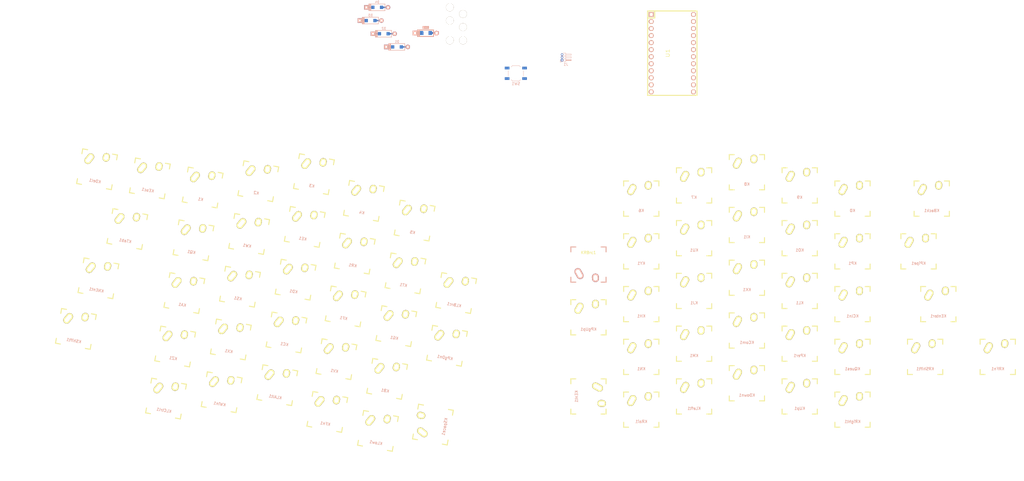
<source format=kicad_pcb>
(kicad_pcb (version 4) (host pcbnew 4.0.7)
  (layers (0 F.Cu signal) (31 B.Cu signal) (34 B.Paste user) (35 F.Paste user) (36 B.SilkS user) (37 F.SilkS user) (38 B.Mask user) (39 F.Mask user) (44 Edge.Cuts user))
  (net 0 "")
  (net 1 "Net-(D1-Pad2)")
  (net 2 /row0)
  (net 3 "Net-(D2-Pad2)")
  (net 4 /row1)
  (net 5 "Net-(D3-Pad2)")
  (net 6 /row2)
  (net 7 "Net-(D4-Pad2)")
  (net 8 /row3)
  (net 9 "Net-(D5-Pad2)")
  (net 10 /row4)
  (net 11 "Net-(D6-Pad2)")
  (net 12 /row5)
  (net 13 "Net-(D7-Pad2)")
  (net 14 /row6)
  (net 15 "Net-(D8-Pad2)")
  (net 16 /row7)
  (net 17 "Net-(D9-Pad2)")
  (net 18 /row8)
  (net 19 "Net-(D10-Pad2)")
  (net 20 "Net-(D11-Pad2)")
  (net 21 "Net-(D12-Pad2)")
  (net 22 "Net-(D13-Pad2)")
  (net 23 "Net-(D14-Pad2)")
  (net 24 "Net-(D15-Pad2)")
  (net 25 "Net-(D16-Pad2)")
  (net 26 "Net-(D17-Pad2)")
  (net 27 "Net-(D18-Pad2)")
  (net 28 "Net-(D19-Pad2)")
  (net 29 "Net-(D20-Pad2)")
  (net 30 "Net-(D21-Pad2)")
  (net 31 "Net-(D22-Pad2)")
  (net 32 "Net-(D23-Pad2)")
  (net 33 "Net-(D24-Pad2)")
  (net 34 "Net-(D25-Pad2)")
  (net 35 "Net-(D26-Pad2)")
  (net 36 "Net-(D27-Pad2)")
  (net 37 "Net-(D28-Pad2)")
  (net 38 "Net-(D29-Pad2)")
  (net 39 "Net-(D30-Pad2)")
  (net 40 "Net-(D31-Pad2)")
  (net 41 "Net-(D32-Pad2)")
  (net 42 "Net-(D33-Pad2)")
  (net 43 "Net-(D34-Pad2)")
  (net 44 "Net-(D35-Pad2)")
  (net 45 "Net-(D36-Pad2)")
  (net 46 "Net-(D37-Pad2)")
  (net 47 "Net-(D38-Pad2)")
  (net 48 "Net-(D39-Pad2)")
  (net 49 "Net-(D40-Pad2)")
  (net 50 "Net-(D41-Pad2)")
  (net 51 "Net-(D42-Pad2)")
  (net 52 "Net-(D43-Pad2)")
  (net 53 "Net-(D44-Pad2)")
  (net 54 "Net-(D45-Pad2)")
  (net 55 "Net-(D46-Pad2)")
  (net 56 "Net-(D47-Pad2)")
  (net 57 "Net-(D48-Pad2)")
  (net 58 "Net-(D49-Pad2)")
  (net 59 "Net-(D50-Pad2)")
  (net 60 "Net-(D51-Pad2)")
  (net 61 "Net-(D52-Pad2)")
  (net 62 "Net-(D53-Pad2)")
  (net 63 "Net-(D54-Pad2)")
  (net 64 "Net-(D55-Pad2)")
  (net 65 "Net-(D56-Pad2)")
  (net 66 "Net-(D57-Pad2)")
  (net 67 "Net-(D58-Pad2)")
  (net 68 "Net-(D59-Pad2)")
  (net 69 "Net-(D60-Pad2)")
  (net 70 "Net-(D61-Pad2)")
  (net 71 "Net-(D62-Pad2)")
  (net 72 "Net-(D63-Pad2)")
  (net 73 "Net-(D64-Pad2)")
  (net 74 "Net-(D65-Pad2)")
  (net 75 "Net-(D66-Pad2)")
  (net 76 /RGB)
  (net 77 VCC)
  (net 78 GND)
  (net 79 /col7)
  (net 80 /col0)
  (net 81 /col1)
  (net 82 /col2)
  (net 83 /col5)
  (net 84 /col6)
  (net 85 /col3)
  (net 86 /col4)
  (net 87 "Net-(SW1-Pad1)")
  (net 88 "Net-(U1-Pad24)")
  (module keyboard_parts:D_SOD123_axial (layer B.Cu) (at 114.3 -11.90625)
    (fp_text reference D1 (at 0 -1.925) (layer B.SilkS) (effects (font (size 0.8 0.8)) (justify mirror)))
    (fp_text value D hide)
    (pad 2 smd rect (at 1.575 0) (size 1.2 1.2) (layers B.Cu B.Paste B.Mask) (net 1 "Net-(D1-Pad2)"))
    (pad 1 smd rect (at -1.575 0) (size 1.2 1.2) (layers B.Cu B.Paste B.Mask) (net 2 /row0))
    (pad 1 thru_hole rect (at -3.9 0) (size 1.6 1.6) (drill 0.7) (layers *.Cu *.Mask B.SilkS) (net 2 /row0))
    (pad 2 thru_hole circle (at 3.9 0) (size 1.6 1.6) (drill 0.7) (layers *.Cu *.Mask B.SilkS) (net 1 "Net-(D1-Pad2)"))
    (pad 1 smd rect (at -2.7 0) (size 2.5 0.5) (layers B.Cu) (net 2 /row0))
    (pad 2 smd rect (at 2.7 0) (size 2.5 0.5) (layers B.Cu) (net 1 "Net-(D1-Pad2)"))
  )
  (module keyboard_parts:D_SOD123_axial (layer B.Cu) (at 109.5375 -16.66875)
    (fp_text reference D2 (at 0 -1.925) (layer B.SilkS) (effects (font (size 0.8 0.8)) (justify mirror)))
    (fp_text value D hide)
    (pad 2 smd rect (at 1.575 0) (size 1.2 1.2) (layers B.Cu B.Paste B.Mask) (net 3 "Net-(D2-Pad2)"))
    (pad 1 smd rect (at -1.575 0) (size 1.2 1.2) (layers B.Cu B.Paste B.Mask) (net 4 /row1))
    (pad 1 thru_hole rect (at -3.9 0) (size 1.6 1.6) (drill 0.7) (layers *.Cu *.Mask B.SilkS) (net 4 /row1))
    (pad 2 thru_hole circle (at 3.9 0) (size 1.6 1.6) (drill 0.7) (layers *.Cu *.Mask B.SilkS) (net 3 "Net-(D2-Pad2)"))
    (pad 1 smd rect (at -2.7 0) (size 2.5 0.5) (layers B.Cu) (net 4 /row1))
    (pad 2 smd rect (at 2.7 0) (size 2.5 0.5) (layers B.Cu) (net 3 "Net-(D2-Pad2)"))
  )
  (module keyboard_parts:D_SOD123_axial (layer B.Cu) (at 104.775 -21.43125)
    (fp_text reference D3 (at 0 -1.925) (layer B.SilkS) (effects (font (size 0.8 0.8)) (justify mirror)))
    (fp_text value D hide)
    (pad 2 smd rect (at 1.575 0) (size 1.2 1.2) (layers B.Cu B.Paste B.Mask) (net 5 "Net-(D3-Pad2)"))
    (pad 1 smd rect (at -1.575 0) (size 1.2 1.2) (layers B.Cu B.Paste B.Mask) (net 6 /row2))
    (pad 1 thru_hole rect (at -3.9 0) (size 1.6 1.6) (drill 0.7) (layers *.Cu *.Mask B.SilkS) (net 6 /row2))
    (pad 2 thru_hole circle (at 3.9 0) (size 1.6 1.6) (drill 0.7) (layers *.Cu *.Mask B.SilkS) (net 5 "Net-(D3-Pad2)"))
    (pad 1 smd rect (at -2.7 0) (size 2.5 0.5) (layers B.Cu) (net 6 /row2))
    (pad 2 smd rect (at 2.7 0) (size 2.5 0.5) (layers B.Cu) (net 5 "Net-(D3-Pad2)"))
  )
  (module keyboard_parts:D_SOD123_axial (layer B.Cu) (at 107.15625 -26.19375)
    (fp_text reference D4 (at 0 -1.925) (layer B.SilkS) (effects (font (size 0.8 0.8)) (justify mirror)))
    (fp_text value D hide)
    (pad 2 smd rect (at 1.575 0) (size 1.2 1.2) (layers B.Cu B.Paste B.Mask) (net 7 "Net-(D4-Pad2)"))
    (pad 1 smd rect (at -1.575 0) (size 1.2 1.2) (layers B.Cu B.Paste B.Mask) (net 8 /row3))
    (pad 1 thru_hole rect (at -3.9 0) (size 1.6 1.6) (drill 0.7) (layers *.Cu *.Mask B.SilkS) (net 8 /row3))
    (pad 2 thru_hole circle (at 3.9 0) (size 1.6 1.6) (drill 0.7) (layers *.Cu *.Mask B.SilkS) (net 7 "Net-(D4-Pad2)"))
    (pad 1 smd rect (at -2.7 0) (size 2.5 0.5) (layers B.Cu) (net 8 /row3))
    (pad 2 smd rect (at 2.7 0) (size 2.5 0.5) (layers B.Cu) (net 7 "Net-(D4-Pad2)"))
  )
  (module keyboard_parts:D_SOD123_axial (layer B.Cu) (at 124.6886 -16.89735)
    (fp_text reference D5 (at 0 -1.925) (layer B.SilkS) (effects (font (size 0.8 0.8)) (justify mirror)))
    (fp_text value D hide)
    (pad 2 smd rect (at 1.575 0) (size 1.2 1.2) (layers B.Cu B.Paste B.Mask) (net 9 "Net-(D5-Pad2)"))
    (pad 1 smd rect (at -1.575 0) (size 1.2 1.2) (layers B.Cu B.Paste B.Mask) (net 10 /row4))
    (pad 1 thru_hole rect (at -3.9 0) (size 1.6 1.6) (drill 0.7) (layers *.Cu *.Mask B.SilkS) (net 10 /row4))
    (pad 2 thru_hole circle (at 3.9 0) (size 1.6 1.6) (drill 0.7) (layers *.Cu *.Mask B.SilkS) (net 9 "Net-(D5-Pad2)"))
    (pad 1 smd rect (at -2.7 0) (size 2.5 0.5) (layers B.Cu) (net 10 /row4))
    (pad 2 smd rect (at 2.7 0) (size 2.5 0.5) (layers B.Cu) (net 9 "Net-(D5-Pad2)"))
  )
  (module keyboard_parts:D_SOD123_axial (layer B.Cu) (at 124.6886 -16.89735)
    (fp_text reference D6 (at 0 -1.925) (layer B.SilkS) (effects (font (size 0.8 0.8)) (justify mirror)))
    (fp_text value D hide)
    (pad 2 smd rect (at 1.575 0) (size 1.2 1.2) (layers B.Cu B.Paste B.Mask) (net 11 "Net-(D6-Pad2)"))
    (pad 1 smd rect (at -1.575 0) (size 1.2 1.2) (layers B.Cu B.Paste B.Mask) (net 12 /row5))
    (pad 1 thru_hole rect (at -3.9 0) (size 1.6 1.6) (drill 0.7) (layers *.Cu *.Mask B.SilkS) (net 12 /row5))
    (pad 2 thru_hole circle (at 3.9 0) (size 1.6 1.6) (drill 0.7) (layers *.Cu *.Mask B.SilkS) (net 11 "Net-(D6-Pad2)"))
    (pad 1 smd rect (at -2.7 0) (size 2.5 0.5) (layers B.Cu) (net 12 /row5))
    (pad 2 smd rect (at 2.7 0) (size 2.5 0.5) (layers B.Cu) (net 11 "Net-(D6-Pad2)"))
  )
  (module keyboard_parts:D_SOD123_axial (layer B.Cu) (at 124.6886 -16.89735)
    (fp_text reference D7 (at 0 -1.925) (layer B.SilkS) (effects (font (size 0.8 0.8)) (justify mirror)))
    (fp_text value D hide)
    (pad 2 smd rect (at 1.575 0) (size 1.2 1.2) (layers B.Cu B.Paste B.Mask) (net 13 "Net-(D7-Pad2)"))
    (pad 1 smd rect (at -1.575 0) (size 1.2 1.2) (layers B.Cu B.Paste B.Mask) (net 14 /row6))
    (pad 1 thru_hole rect (at -3.9 0) (size 1.6 1.6) (drill 0.7) (layers *.Cu *.Mask B.SilkS) (net 14 /row6))
    (pad 2 thru_hole circle (at 3.9 0) (size 1.6 1.6) (drill 0.7) (layers *.Cu *.Mask B.SilkS) (net 13 "Net-(D7-Pad2)"))
    (pad 1 smd rect (at -2.7 0) (size 2.5 0.5) (layers B.Cu) (net 14 /row6))
    (pad 2 smd rect (at 2.7 0) (size 2.5 0.5) (layers B.Cu) (net 13 "Net-(D7-Pad2)"))
  )
  (module keyboard_parts:D_SOD123_axial (layer B.Cu) (at 124.6886 -16.89735)
    (fp_text reference D8 (at 0 -1.925) (layer B.SilkS) (effects (font (size 0.8 0.8)) (justify mirror)))
    (fp_text value D hide)
    (pad 2 smd rect (at 1.575 0) (size 1.2 1.2) (layers B.Cu B.Paste B.Mask) (net 15 "Net-(D8-Pad2)"))
    (pad 1 smd rect (at -1.575 0) (size 1.2 1.2) (layers B.Cu B.Paste B.Mask) (net 16 /row7))
    (pad 1 thru_hole rect (at -3.9 0) (size 1.6 1.6) (drill 0.7) (layers *.Cu *.Mask B.SilkS) (net 16 /row7))
    (pad 2 thru_hole circle (at 3.9 0) (size 1.6 1.6) (drill 0.7) (layers *.Cu *.Mask B.SilkS) (net 15 "Net-(D8-Pad2)"))
    (pad 1 smd rect (at -2.7 0) (size 2.5 0.5) (layers B.Cu) (net 16 /row7))
    (pad 2 smd rect (at 2.7 0) (size 2.5 0.5) (layers B.Cu) (net 15 "Net-(D8-Pad2)"))
  )
  (module keyboard_parts:D_SOD123_axial (layer B.Cu) (at 124.6886 -16.89735)
    (fp_text reference D9 (at 0 -1.925) (layer B.SilkS) (effects (font (size 0.8 0.8)) (justify mirror)))
    (fp_text value D hide)
    (pad 2 smd rect (at 1.575 0) (size 1.2 1.2) (layers B.Cu B.Paste B.Mask) (net 17 "Net-(D9-Pad2)"))
    (pad 1 smd rect (at -1.575 0) (size 1.2 1.2) (layers B.Cu B.Paste B.Mask) (net 18 /row8))
    (pad 1 thru_hole rect (at -3.9 0) (size 1.6 1.6) (drill 0.7) (layers *.Cu *.Mask B.SilkS) (net 18 /row8))
    (pad 2 thru_hole circle (at 3.9 0) (size 1.6 1.6) (drill 0.7) (layers *.Cu *.Mask B.SilkS) (net 17 "Net-(D9-Pad2)"))
    (pad 1 smd rect (at -2.7 0) (size 2.5 0.5) (layers B.Cu) (net 18 /row8))
    (pad 2 smd rect (at 2.7 0) (size 2.5 0.5) (layers B.Cu) (net 17 "Net-(D9-Pad2)"))
  )
  (module keyboard_parts:D_SOD123_axial (layer B.Cu) (at 124.6886 -16.89735)
    (fp_text reference D10 (at 0 -1.925) (layer B.SilkS) (effects (font (size 0.8 0.8)) (justify mirror)))
    (fp_text value D hide)
    (pad 2 smd rect (at 1.575 0) (size 1.2 1.2) (layers B.Cu B.Paste B.Mask) (net 19 "Net-(D10-Pad2)"))
    (pad 1 smd rect (at -1.575 0) (size 1.2 1.2) (layers B.Cu B.Paste B.Mask) (net 2 /row0))
    (pad 1 thru_hole rect (at -3.9 0) (size 1.6 1.6) (drill 0.7) (layers *.Cu *.Mask B.SilkS) (net 2 /row0))
    (pad 2 thru_hole circle (at 3.9 0) (size 1.6 1.6) (drill 0.7) (layers *.Cu *.Mask B.SilkS) (net 19 "Net-(D10-Pad2)"))
    (pad 1 smd rect (at -2.7 0) (size 2.5 0.5) (layers B.Cu) (net 2 /row0))
    (pad 2 smd rect (at 2.7 0) (size 2.5 0.5) (layers B.Cu) (net 19 "Net-(D10-Pad2)"))
  )
  (module keyboard_parts:D_SOD123_axial (layer B.Cu) (at 124.6886 -16.89735)
    (fp_text reference D11 (at 0 -1.925) (layer B.SilkS) (effects (font (size 0.8 0.8)) (justify mirror)))
    (fp_text value D hide)
    (pad 2 smd rect (at 1.575 0) (size 1.2 1.2) (layers B.Cu B.Paste B.Mask) (net 20 "Net-(D11-Pad2)"))
    (pad 1 smd rect (at -1.575 0) (size 1.2 1.2) (layers B.Cu B.Paste B.Mask) (net 4 /row1))
    (pad 1 thru_hole rect (at -3.9 0) (size 1.6 1.6) (drill 0.7) (layers *.Cu *.Mask B.SilkS) (net 4 /row1))
    (pad 2 thru_hole circle (at 3.9 0) (size 1.6 1.6) (drill 0.7) (layers *.Cu *.Mask B.SilkS) (net 20 "Net-(D11-Pad2)"))
    (pad 1 smd rect (at -2.7 0) (size 2.5 0.5) (layers B.Cu) (net 4 /row1))
    (pad 2 smd rect (at 2.7 0) (size 2.5 0.5) (layers B.Cu) (net 20 "Net-(D11-Pad2)"))
  )
  (module keyboard_parts:D_SOD123_axial (layer B.Cu) (at 124.6886 -16.89735)
    (fp_text reference D12 (at 0 -1.925) (layer B.SilkS) (effects (font (size 0.8 0.8)) (justify mirror)))
    (fp_text value D hide)
    (pad 2 smd rect (at 1.575 0) (size 1.2 1.2) (layers B.Cu B.Paste B.Mask) (net 21 "Net-(D12-Pad2)"))
    (pad 1 smd rect (at -1.575 0) (size 1.2 1.2) (layers B.Cu B.Paste B.Mask) (net 6 /row2))
    (pad 1 thru_hole rect (at -3.9 0) (size 1.6 1.6) (drill 0.7) (layers *.Cu *.Mask B.SilkS) (net 6 /row2))
    (pad 2 thru_hole circle (at 3.9 0) (size 1.6 1.6) (drill 0.7) (layers *.Cu *.Mask B.SilkS) (net 21 "Net-(D12-Pad2)"))
    (pad 1 smd rect (at -2.7 0) (size 2.5 0.5) (layers B.Cu) (net 6 /row2))
    (pad 2 smd rect (at 2.7 0) (size 2.5 0.5) (layers B.Cu) (net 21 "Net-(D12-Pad2)"))
  )
  (module keyboard_parts:D_SOD123_axial (layer B.Cu) (at 124.6886 -16.89735)
    (fp_text reference D13 (at 0 -1.925) (layer B.SilkS) (effects (font (size 0.8 0.8)) (justify mirror)))
    (fp_text value D hide)
    (pad 2 smd rect (at 1.575 0) (size 1.2 1.2) (layers B.Cu B.Paste B.Mask) (net 22 "Net-(D13-Pad2)"))
    (pad 1 smd rect (at -1.575 0) (size 1.2 1.2) (layers B.Cu B.Paste B.Mask) (net 8 /row3))
    (pad 1 thru_hole rect (at -3.9 0) (size 1.6 1.6) (drill 0.7) (layers *.Cu *.Mask B.SilkS) (net 8 /row3))
    (pad 2 thru_hole circle (at 3.9 0) (size 1.6 1.6) (drill 0.7) (layers *.Cu *.Mask B.SilkS) (net 22 "Net-(D13-Pad2)"))
    (pad 1 smd rect (at -2.7 0) (size 2.5 0.5) (layers B.Cu) (net 8 /row3))
    (pad 2 smd rect (at 2.7 0) (size 2.5 0.5) (layers B.Cu) (net 22 "Net-(D13-Pad2)"))
  )
  (module keyboard_parts:D_SOD123_axial (layer B.Cu) (at 124.6886 -16.89735)
    (fp_text reference D14 (at 0 -1.925) (layer B.SilkS) (effects (font (size 0.8 0.8)) (justify mirror)))
    (fp_text value D hide)
    (pad 2 smd rect (at 1.575 0) (size 1.2 1.2) (layers B.Cu B.Paste B.Mask) (net 23 "Net-(D14-Pad2)"))
    (pad 1 smd rect (at -1.575 0) (size 1.2 1.2) (layers B.Cu B.Paste B.Mask) (net 10 /row4))
    (pad 1 thru_hole rect (at -3.9 0) (size 1.6 1.6) (drill 0.7) (layers *.Cu *.Mask B.SilkS) (net 10 /row4))
    (pad 2 thru_hole circle (at 3.9 0) (size 1.6 1.6) (drill 0.7) (layers *.Cu *.Mask B.SilkS) (net 23 "Net-(D14-Pad2)"))
    (pad 1 smd rect (at -2.7 0) (size 2.5 0.5) (layers B.Cu) (net 10 /row4))
    (pad 2 smd rect (at 2.7 0) (size 2.5 0.5) (layers B.Cu) (net 23 "Net-(D14-Pad2)"))
  )
  (module keyboard_parts:D_SOD123_axial (layer B.Cu) (at 124.6886 -16.89735)
    (fp_text reference D15 (at 0 -1.925) (layer B.SilkS) (effects (font (size 0.8 0.8)) (justify mirror)))
    (fp_text value D hide)
    (pad 2 smd rect (at 1.575 0) (size 1.2 1.2) (layers B.Cu B.Paste B.Mask) (net 24 "Net-(D15-Pad2)"))
    (pad 1 smd rect (at -1.575 0) (size 1.2 1.2) (layers B.Cu B.Paste B.Mask) (net 12 /row5))
    (pad 1 thru_hole rect (at -3.9 0) (size 1.6 1.6) (drill 0.7) (layers *.Cu *.Mask B.SilkS) (net 12 /row5))
    (pad 2 thru_hole circle (at 3.9 0) (size 1.6 1.6) (drill 0.7) (layers *.Cu *.Mask B.SilkS) (net 24 "Net-(D15-Pad2)"))
    (pad 1 smd rect (at -2.7 0) (size 2.5 0.5) (layers B.Cu) (net 12 /row5))
    (pad 2 smd rect (at 2.7 0) (size 2.5 0.5) (layers B.Cu) (net 24 "Net-(D15-Pad2)"))
  )
  (module keyboard_parts:D_SOD123_axial (layer B.Cu) (at 124.6886 -16.89735)
    (fp_text reference D16 (at 0 -1.925) (layer B.SilkS) (effects (font (size 0.8 0.8)) (justify mirror)))
    (fp_text value D hide)
    (pad 2 smd rect (at 1.575 0) (size 1.2 1.2) (layers B.Cu B.Paste B.Mask) (net 25 "Net-(D16-Pad2)"))
    (pad 1 smd rect (at -1.575 0) (size 1.2 1.2) (layers B.Cu B.Paste B.Mask) (net 14 /row6))
    (pad 1 thru_hole rect (at -3.9 0) (size 1.6 1.6) (drill 0.7) (layers *.Cu *.Mask B.SilkS) (net 14 /row6))
    (pad 2 thru_hole circle (at 3.9 0) (size 1.6 1.6) (drill 0.7) (layers *.Cu *.Mask B.SilkS) (net 25 "Net-(D16-Pad2)"))
    (pad 1 smd rect (at -2.7 0) (size 2.5 0.5) (layers B.Cu) (net 14 /row6))
    (pad 2 smd rect (at 2.7 0) (size 2.5 0.5) (layers B.Cu) (net 25 "Net-(D16-Pad2)"))
  )
  (module keyboard_parts:D_SOD123_axial (layer B.Cu) (at 124.6886 -16.89735)
    (fp_text reference D17 (at 0 -1.925) (layer B.SilkS) (effects (font (size 0.8 0.8)) (justify mirror)))
    (fp_text value D hide)
    (pad 2 smd rect (at 1.575 0) (size 1.2 1.2) (layers B.Cu B.Paste B.Mask) (net 26 "Net-(D17-Pad2)"))
    (pad 1 smd rect (at -1.575 0) (size 1.2 1.2) (layers B.Cu B.Paste B.Mask) (net 16 /row7))
    (pad 1 thru_hole rect (at -3.9 0) (size 1.6 1.6) (drill 0.7) (layers *.Cu *.Mask B.SilkS) (net 16 /row7))
    (pad 2 thru_hole circle (at 3.9 0) (size 1.6 1.6) (drill 0.7) (layers *.Cu *.Mask B.SilkS) (net 26 "Net-(D17-Pad2)"))
    (pad 1 smd rect (at -2.7 0) (size 2.5 0.5) (layers B.Cu) (net 16 /row7))
    (pad 2 smd rect (at 2.7 0) (size 2.5 0.5) (layers B.Cu) (net 26 "Net-(D17-Pad2)"))
  )
  (module keyboard_parts:D_SOD123_axial (layer B.Cu) (at 124.6886 -16.89735)
    (fp_text reference D18 (at 0 -1.925) (layer B.SilkS) (effects (font (size 0.8 0.8)) (justify mirror)))
    (fp_text value D hide)
    (pad 2 smd rect (at 1.575 0) (size 1.2 1.2) (layers B.Cu B.Paste B.Mask) (net 27 "Net-(D18-Pad2)"))
    (pad 1 smd rect (at -1.575 0) (size 1.2 1.2) (layers B.Cu B.Paste B.Mask) (net 18 /row8))
    (pad 1 thru_hole rect (at -3.9 0) (size 1.6 1.6) (drill 0.7) (layers *.Cu *.Mask B.SilkS) (net 18 /row8))
    (pad 2 thru_hole circle (at 3.9 0) (size 1.6 1.6) (drill 0.7) (layers *.Cu *.Mask B.SilkS) (net 27 "Net-(D18-Pad2)"))
    (pad 1 smd rect (at -2.7 0) (size 2.5 0.5) (layers B.Cu) (net 18 /row8))
    (pad 2 smd rect (at 2.7 0) (size 2.5 0.5) (layers B.Cu) (net 27 "Net-(D18-Pad2)"))
  )
  (module keyboard_parts:D_SOD123_axial (layer B.Cu) (at 124.6886 -16.89735)
    (fp_text reference D19 (at 0 -1.925) (layer B.SilkS) (effects (font (size 0.8 0.8)) (justify mirror)))
    (fp_text value D hide)
    (pad 2 smd rect (at 1.575 0) (size 1.2 1.2) (layers B.Cu B.Paste B.Mask) (net 28 "Net-(D19-Pad2)"))
    (pad 1 smd rect (at -1.575 0) (size 1.2 1.2) (layers B.Cu B.Paste B.Mask) (net 2 /row0))
    (pad 1 thru_hole rect (at -3.9 0) (size 1.6 1.6) (drill 0.7) (layers *.Cu *.Mask B.SilkS) (net 2 /row0))
    (pad 2 thru_hole circle (at 3.9 0) (size 1.6 1.6) (drill 0.7) (layers *.Cu *.Mask B.SilkS) (net 28 "Net-(D19-Pad2)"))
    (pad 1 smd rect (at -2.7 0) (size 2.5 0.5) (layers B.Cu) (net 2 /row0))
    (pad 2 smd rect (at 2.7 0) (size 2.5 0.5) (layers B.Cu) (net 28 "Net-(D19-Pad2)"))
  )
  (module keyboard_parts:D_SOD123_axial (layer B.Cu) (at 124.6886 -16.89735)
    (fp_text reference D20 (at 0 -1.925) (layer B.SilkS) (effects (font (size 0.8 0.8)) (justify mirror)))
    (fp_text value D hide)
    (pad 2 smd rect (at 1.575 0) (size 1.2 1.2) (layers B.Cu B.Paste B.Mask) (net 29 "Net-(D20-Pad2)"))
    (pad 1 smd rect (at -1.575 0) (size 1.2 1.2) (layers B.Cu B.Paste B.Mask) (net 4 /row1))
    (pad 1 thru_hole rect (at -3.9 0) (size 1.6 1.6) (drill 0.7) (layers *.Cu *.Mask B.SilkS) (net 4 /row1))
    (pad 2 thru_hole circle (at 3.9 0) (size 1.6 1.6) (drill 0.7) (layers *.Cu *.Mask B.SilkS) (net 29 "Net-(D20-Pad2)"))
    (pad 1 smd rect (at -2.7 0) (size 2.5 0.5) (layers B.Cu) (net 4 /row1))
    (pad 2 smd rect (at 2.7 0) (size 2.5 0.5) (layers B.Cu) (net 29 "Net-(D20-Pad2)"))
  )
  (module keyboard_parts:D_SOD123_axial (layer B.Cu) (at 124.6886 -16.89735)
    (fp_text reference D21 (at 0 -1.925) (layer B.SilkS) (effects (font (size 0.8 0.8)) (justify mirror)))
    (fp_text value D hide)
    (pad 2 smd rect (at 1.575 0) (size 1.2 1.2) (layers B.Cu B.Paste B.Mask) (net 30 "Net-(D21-Pad2)"))
    (pad 1 smd rect (at -1.575 0) (size 1.2 1.2) (layers B.Cu B.Paste B.Mask) (net 6 /row2))
    (pad 1 thru_hole rect (at -3.9 0) (size 1.6 1.6) (drill 0.7) (layers *.Cu *.Mask B.SilkS) (net 6 /row2))
    (pad 2 thru_hole circle (at 3.9 0) (size 1.6 1.6) (drill 0.7) (layers *.Cu *.Mask B.SilkS) (net 30 "Net-(D21-Pad2)"))
    (pad 1 smd rect (at -2.7 0) (size 2.5 0.5) (layers B.Cu) (net 6 /row2))
    (pad 2 smd rect (at 2.7 0) (size 2.5 0.5) (layers B.Cu) (net 30 "Net-(D21-Pad2)"))
  )
  (module keyboard_parts:D_SOD123_axial (layer B.Cu) (at 124.6886 -16.89735)
    (fp_text reference D22 (at 0 -1.925) (layer B.SilkS) (effects (font (size 0.8 0.8)) (justify mirror)))
    (fp_text value D hide)
    (pad 2 smd rect (at 1.575 0) (size 1.2 1.2) (layers B.Cu B.Paste B.Mask) (net 31 "Net-(D22-Pad2)"))
    (pad 1 smd rect (at -1.575 0) (size 1.2 1.2) (layers B.Cu B.Paste B.Mask) (net 8 /row3))
    (pad 1 thru_hole rect (at -3.9 0) (size 1.6 1.6) (drill 0.7) (layers *.Cu *.Mask B.SilkS) (net 8 /row3))
    (pad 2 thru_hole circle (at 3.9 0) (size 1.6 1.6) (drill 0.7) (layers *.Cu *.Mask B.SilkS) (net 31 "Net-(D22-Pad2)"))
    (pad 1 smd rect (at -2.7 0) (size 2.5 0.5) (layers B.Cu) (net 8 /row3))
    (pad 2 smd rect (at 2.7 0) (size 2.5 0.5) (layers B.Cu) (net 31 "Net-(D22-Pad2)"))
  )
  (module keyboard_parts:D_SOD123_axial (layer B.Cu) (at 124.6886 -16.89735)
    (fp_text reference D23 (at 0 -1.925) (layer B.SilkS) (effects (font (size 0.8 0.8)) (justify mirror)))
    (fp_text value D hide)
    (pad 2 smd rect (at 1.575 0) (size 1.2 1.2) (layers B.Cu B.Paste B.Mask) (net 32 "Net-(D23-Pad2)"))
    (pad 1 smd rect (at -1.575 0) (size 1.2 1.2) (layers B.Cu B.Paste B.Mask) (net 10 /row4))
    (pad 1 thru_hole rect (at -3.9 0) (size 1.6 1.6) (drill 0.7) (layers *.Cu *.Mask B.SilkS) (net 10 /row4))
    (pad 2 thru_hole circle (at 3.9 0) (size 1.6 1.6) (drill 0.7) (layers *.Cu *.Mask B.SilkS) (net 32 "Net-(D23-Pad2)"))
    (pad 1 smd rect (at -2.7 0) (size 2.5 0.5) (layers B.Cu) (net 10 /row4))
    (pad 2 smd rect (at 2.7 0) (size 2.5 0.5) (layers B.Cu) (net 32 "Net-(D23-Pad2)"))
  )
  (module keyboard_parts:D_SOD123_axial (layer B.Cu) (at 124.6886 -16.89735)
    (fp_text reference D24 (at 0 -1.925) (layer B.SilkS) (effects (font (size 0.8 0.8)) (justify mirror)))
    (fp_text value D hide)
    (pad 2 smd rect (at 1.575 0) (size 1.2 1.2) (layers B.Cu B.Paste B.Mask) (net 33 "Net-(D24-Pad2)"))
    (pad 1 smd rect (at -1.575 0) (size 1.2 1.2) (layers B.Cu B.Paste B.Mask) (net 12 /row5))
    (pad 1 thru_hole rect (at -3.9 0) (size 1.6 1.6) (drill 0.7) (layers *.Cu *.Mask B.SilkS) (net 12 /row5))
    (pad 2 thru_hole circle (at 3.9 0) (size 1.6 1.6) (drill 0.7) (layers *.Cu *.Mask B.SilkS) (net 33 "Net-(D24-Pad2)"))
    (pad 1 smd rect (at -2.7 0) (size 2.5 0.5) (layers B.Cu) (net 12 /row5))
    (pad 2 smd rect (at 2.7 0) (size 2.5 0.5) (layers B.Cu) (net 33 "Net-(D24-Pad2)"))
  )
  (module keyboard_parts:D_SOD123_axial (layer B.Cu) (at 124.6886 -16.89735)
    (fp_text reference D25 (at 0 -1.925) (layer B.SilkS) (effects (font (size 0.8 0.8)) (justify mirror)))
    (fp_text value D hide)
    (pad 2 smd rect (at 1.575 0) (size 1.2 1.2) (layers B.Cu B.Paste B.Mask) (net 34 "Net-(D25-Pad2)"))
    (pad 1 smd rect (at -1.575 0) (size 1.2 1.2) (layers B.Cu B.Paste B.Mask) (net 14 /row6))
    (pad 1 thru_hole rect (at -3.9 0) (size 1.6 1.6) (drill 0.7) (layers *.Cu *.Mask B.SilkS) (net 14 /row6))
    (pad 2 thru_hole circle (at 3.9 0) (size 1.6 1.6) (drill 0.7) (layers *.Cu *.Mask B.SilkS) (net 34 "Net-(D25-Pad2)"))
    (pad 1 smd rect (at -2.7 0) (size 2.5 0.5) (layers B.Cu) (net 14 /row6))
    (pad 2 smd rect (at 2.7 0) (size 2.5 0.5) (layers B.Cu) (net 34 "Net-(D25-Pad2)"))
  )
  (module keyboard_parts:D_SOD123_axial (layer B.Cu) (at 124.6886 -16.89735)
    (fp_text reference D26 (at 0 -1.925) (layer B.SilkS) (effects (font (size 0.8 0.8)) (justify mirror)))
    (fp_text value D hide)
    (pad 2 smd rect (at 1.575 0) (size 1.2 1.2) (layers B.Cu B.Paste B.Mask) (net 35 "Net-(D26-Pad2)"))
    (pad 1 smd rect (at -1.575 0) (size 1.2 1.2) (layers B.Cu B.Paste B.Mask) (net 16 /row7))
    (pad 1 thru_hole rect (at -3.9 0) (size 1.6 1.6) (drill 0.7) (layers *.Cu *.Mask B.SilkS) (net 16 /row7))
    (pad 2 thru_hole circle (at 3.9 0) (size 1.6 1.6) (drill 0.7) (layers *.Cu *.Mask B.SilkS) (net 35 "Net-(D26-Pad2)"))
    (pad 1 smd rect (at -2.7 0) (size 2.5 0.5) (layers B.Cu) (net 16 /row7))
    (pad 2 smd rect (at 2.7 0) (size 2.5 0.5) (layers B.Cu) (net 35 "Net-(D26-Pad2)"))
  )
  (module keyboard_parts:D_SOD123_axial (layer B.Cu) (at 124.6886 -16.89735)
    (fp_text reference D27 (at 0 -1.925) (layer B.SilkS) (effects (font (size 0.8 0.8)) (justify mirror)))
    (fp_text value D hide)
    (pad 2 smd rect (at 1.575 0) (size 1.2 1.2) (layers B.Cu B.Paste B.Mask) (net 36 "Net-(D27-Pad2)"))
    (pad 1 smd rect (at -1.575 0) (size 1.2 1.2) (layers B.Cu B.Paste B.Mask) (net 18 /row8))
    (pad 1 thru_hole rect (at -3.9 0) (size 1.6 1.6) (drill 0.7) (layers *.Cu *.Mask B.SilkS) (net 18 /row8))
    (pad 2 thru_hole circle (at 3.9 0) (size 1.6 1.6) (drill 0.7) (layers *.Cu *.Mask B.SilkS) (net 36 "Net-(D27-Pad2)"))
    (pad 1 smd rect (at -2.7 0) (size 2.5 0.5) (layers B.Cu) (net 18 /row8))
    (pad 2 smd rect (at 2.7 0) (size 2.5 0.5) (layers B.Cu) (net 36 "Net-(D27-Pad2)"))
  )
  (module keyboard_parts:D_SOD123_axial (layer B.Cu) (at 124.6886 -16.89735)
    (fp_text reference D28 (at 0 -1.925) (layer B.SilkS) (effects (font (size 0.8 0.8)) (justify mirror)))
    (fp_text value D hide)
    (pad 2 smd rect (at 1.575 0) (size 1.2 1.2) (layers B.Cu B.Paste B.Mask) (net 37 "Net-(D28-Pad2)"))
    (pad 1 smd rect (at -1.575 0) (size 1.2 1.2) (layers B.Cu B.Paste B.Mask) (net 2 /row0))
    (pad 1 thru_hole rect (at -3.9 0) (size 1.6 1.6) (drill 0.7) (layers *.Cu *.Mask B.SilkS) (net 2 /row0))
    (pad 2 thru_hole circle (at 3.9 0) (size 1.6 1.6) (drill 0.7) (layers *.Cu *.Mask B.SilkS) (net 37 "Net-(D28-Pad2)"))
    (pad 1 smd rect (at -2.7 0) (size 2.5 0.5) (layers B.Cu) (net 2 /row0))
    (pad 2 smd rect (at 2.7 0) (size 2.5 0.5) (layers B.Cu) (net 37 "Net-(D28-Pad2)"))
  )
  (module keyboard_parts:D_SOD123_axial (layer B.Cu) (at 124.6886 -16.89735)
    (fp_text reference D29 (at 0 -1.925) (layer B.SilkS) (effects (font (size 0.8 0.8)) (justify mirror)))
    (fp_text value D hide)
    (pad 2 smd rect (at 1.575 0) (size 1.2 1.2) (layers B.Cu B.Paste B.Mask) (net 38 "Net-(D29-Pad2)"))
    (pad 1 smd rect (at -1.575 0) (size 1.2 1.2) (layers B.Cu B.Paste B.Mask) (net 4 /row1))
    (pad 1 thru_hole rect (at -3.9 0) (size 1.6 1.6) (drill 0.7) (layers *.Cu *.Mask B.SilkS) (net 4 /row1))
    (pad 2 thru_hole circle (at 3.9 0) (size 1.6 1.6) (drill 0.7) (layers *.Cu *.Mask B.SilkS) (net 38 "Net-(D29-Pad2)"))
    (pad 1 smd rect (at -2.7 0) (size 2.5 0.5) (layers B.Cu) (net 4 /row1))
    (pad 2 smd rect (at 2.7 0) (size 2.5 0.5) (layers B.Cu) (net 38 "Net-(D29-Pad2)"))
  )
  (module keyboard_parts:D_SOD123_axial (layer B.Cu) (at 124.6886 -16.89735)
    (fp_text reference D30 (at 0 -1.925) (layer B.SilkS) (effects (font (size 0.8 0.8)) (justify mirror)))
    (fp_text value D hide)
    (pad 2 smd rect (at 1.575 0) (size 1.2 1.2) (layers B.Cu B.Paste B.Mask) (net 39 "Net-(D30-Pad2)"))
    (pad 1 smd rect (at -1.575 0) (size 1.2 1.2) (layers B.Cu B.Paste B.Mask) (net 6 /row2))
    (pad 1 thru_hole rect (at -3.9 0) (size 1.6 1.6) (drill 0.7) (layers *.Cu *.Mask B.SilkS) (net 6 /row2))
    (pad 2 thru_hole circle (at 3.9 0) (size 1.6 1.6) (drill 0.7) (layers *.Cu *.Mask B.SilkS) (net 39 "Net-(D30-Pad2)"))
    (pad 1 smd rect (at -2.7 0) (size 2.5 0.5) (layers B.Cu) (net 6 /row2))
    (pad 2 smd rect (at 2.7 0) (size 2.5 0.5) (layers B.Cu) (net 39 "Net-(D30-Pad2)"))
  )
  (module keyboard_parts:D_SOD123_axial (layer B.Cu) (at 124.6886 -16.89735)
    (fp_text reference D31 (at 0 -1.925) (layer B.SilkS) (effects (font (size 0.8 0.8)) (justify mirror)))
    (fp_text value D hide)
    (pad 2 smd rect (at 1.575 0) (size 1.2 1.2) (layers B.Cu B.Paste B.Mask) (net 40 "Net-(D31-Pad2)"))
    (pad 1 smd rect (at -1.575 0) (size 1.2 1.2) (layers B.Cu B.Paste B.Mask) (net 8 /row3))
    (pad 1 thru_hole rect (at -3.9 0) (size 1.6 1.6) (drill 0.7) (layers *.Cu *.Mask B.SilkS) (net 8 /row3))
    (pad 2 thru_hole circle (at 3.9 0) (size 1.6 1.6) (drill 0.7) (layers *.Cu *.Mask B.SilkS) (net 40 "Net-(D31-Pad2)"))
    (pad 1 smd rect (at -2.7 0) (size 2.5 0.5) (layers B.Cu) (net 8 /row3))
    (pad 2 smd rect (at 2.7 0) (size 2.5 0.5) (layers B.Cu) (net 40 "Net-(D31-Pad2)"))
  )
  (module keyboard_parts:D_SOD123_axial (layer B.Cu) (at 124.6886 -16.89735)
    (fp_text reference D32 (at 0 -1.925) (layer B.SilkS) (effects (font (size 0.8 0.8)) (justify mirror)))
    (fp_text value D hide)
    (pad 2 smd rect (at 1.575 0) (size 1.2 1.2) (layers B.Cu B.Paste B.Mask) (net 41 "Net-(D32-Pad2)"))
    (pad 1 smd rect (at -1.575 0) (size 1.2 1.2) (layers B.Cu B.Paste B.Mask) (net 10 /row4))
    (pad 1 thru_hole rect (at -3.9 0) (size 1.6 1.6) (drill 0.7) (layers *.Cu *.Mask B.SilkS) (net 10 /row4))
    (pad 2 thru_hole circle (at 3.9 0) (size 1.6 1.6) (drill 0.7) (layers *.Cu *.Mask B.SilkS) (net 41 "Net-(D32-Pad2)"))
    (pad 1 smd rect (at -2.7 0) (size 2.5 0.5) (layers B.Cu) (net 10 /row4))
    (pad 2 smd rect (at 2.7 0) (size 2.5 0.5) (layers B.Cu) (net 41 "Net-(D32-Pad2)"))
  )
  (module keyboard_parts:D_SOD123_axial (layer B.Cu) (at 124.6886 -16.89735)
    (fp_text reference D33 (at 0 -1.925) (layer B.SilkS) (effects (font (size 0.8 0.8)) (justify mirror)))
    (fp_text value D hide)
    (pad 2 smd rect (at 1.575 0) (size 1.2 1.2) (layers B.Cu B.Paste B.Mask) (net 42 "Net-(D33-Pad2)"))
    (pad 1 smd rect (at -1.575 0) (size 1.2 1.2) (layers B.Cu B.Paste B.Mask) (net 12 /row5))
    (pad 1 thru_hole rect (at -3.9 0) (size 1.6 1.6) (drill 0.7) (layers *.Cu *.Mask B.SilkS) (net 12 /row5))
    (pad 2 thru_hole circle (at 3.9 0) (size 1.6 1.6) (drill 0.7) (layers *.Cu *.Mask B.SilkS) (net 42 "Net-(D33-Pad2)"))
    (pad 1 smd rect (at -2.7 0) (size 2.5 0.5) (layers B.Cu) (net 12 /row5))
    (pad 2 smd rect (at 2.7 0) (size 2.5 0.5) (layers B.Cu) (net 42 "Net-(D33-Pad2)"))
  )
  (module keyboard_parts:D_SOD123_axial (layer B.Cu) (at 124.6886 -16.89735)
    (fp_text reference D34 (at 0 -1.925) (layer B.SilkS) (effects (font (size 0.8 0.8)) (justify mirror)))
    (fp_text value D hide)
    (pad 2 smd rect (at 1.575 0) (size 1.2 1.2) (layers B.Cu B.Paste B.Mask) (net 43 "Net-(D34-Pad2)"))
    (pad 1 smd rect (at -1.575 0) (size 1.2 1.2) (layers B.Cu B.Paste B.Mask) (net 2 /row0))
    (pad 1 thru_hole rect (at -3.9 0) (size 1.6 1.6) (drill 0.7) (layers *.Cu *.Mask B.SilkS) (net 2 /row0))
    (pad 2 thru_hole circle (at 3.9 0) (size 1.6 1.6) (drill 0.7) (layers *.Cu *.Mask B.SilkS) (net 43 "Net-(D34-Pad2)"))
    (pad 1 smd rect (at -2.7 0) (size 2.5 0.5) (layers B.Cu) (net 2 /row0))
    (pad 2 smd rect (at 2.7 0) (size 2.5 0.5) (layers B.Cu) (net 43 "Net-(D34-Pad2)"))
  )
  (module keyboard_parts:D_SOD123_axial (layer B.Cu) (at 124.6886 -16.89735)
    (fp_text reference D35 (at 0 -1.925) (layer B.SilkS) (effects (font (size 0.8 0.8)) (justify mirror)))
    (fp_text value D hide)
    (pad 2 smd rect (at 1.575 0) (size 1.2 1.2) (layers B.Cu B.Paste B.Mask) (net 44 "Net-(D35-Pad2)"))
    (pad 1 smd rect (at -1.575 0) (size 1.2 1.2) (layers B.Cu B.Paste B.Mask) (net 4 /row1))
    (pad 1 thru_hole rect (at -3.9 0) (size 1.6 1.6) (drill 0.7) (layers *.Cu *.Mask B.SilkS) (net 4 /row1))
    (pad 2 thru_hole circle (at 3.9 0) (size 1.6 1.6) (drill 0.7) (layers *.Cu *.Mask B.SilkS) (net 44 "Net-(D35-Pad2)"))
    (pad 1 smd rect (at -2.7 0) (size 2.5 0.5) (layers B.Cu) (net 4 /row1))
    (pad 2 smd rect (at 2.7 0) (size 2.5 0.5) (layers B.Cu) (net 44 "Net-(D35-Pad2)"))
  )
  (module keyboard_parts:D_SOD123_axial (layer B.Cu) (at 124.6886 -16.89735)
    (fp_text reference D36 (at 0 -1.925) (layer B.SilkS) (effects (font (size 0.8 0.8)) (justify mirror)))
    (fp_text value D hide)
    (pad 2 smd rect (at 1.575 0) (size 1.2 1.2) (layers B.Cu B.Paste B.Mask) (net 45 "Net-(D36-Pad2)"))
    (pad 1 smd rect (at -1.575 0) (size 1.2 1.2) (layers B.Cu B.Paste B.Mask) (net 6 /row2))
    (pad 1 thru_hole rect (at -3.9 0) (size 1.6 1.6) (drill 0.7) (layers *.Cu *.Mask B.SilkS) (net 6 /row2))
    (pad 2 thru_hole circle (at 3.9 0) (size 1.6 1.6) (drill 0.7) (layers *.Cu *.Mask B.SilkS) (net 45 "Net-(D36-Pad2)"))
    (pad 1 smd rect (at -2.7 0) (size 2.5 0.5) (layers B.Cu) (net 6 /row2))
    (pad 2 smd rect (at 2.7 0) (size 2.5 0.5) (layers B.Cu) (net 45 "Net-(D36-Pad2)"))
  )
  (module keyboard_parts:D_SOD123_axial (layer B.Cu) (at 124.6886 -16.89735)
    (fp_text reference D37 (at 0 -1.925) (layer B.SilkS) (effects (font (size 0.8 0.8)) (justify mirror)))
    (fp_text value D hide)
    (pad 2 smd rect (at 1.575 0) (size 1.2 1.2) (layers B.Cu B.Paste B.Mask) (net 46 "Net-(D37-Pad2)"))
    (pad 1 smd rect (at -1.575 0) (size 1.2 1.2) (layers B.Cu B.Paste B.Mask) (net 8 /row3))
    (pad 1 thru_hole rect (at -3.9 0) (size 1.6 1.6) (drill 0.7) (layers *.Cu *.Mask B.SilkS) (net 8 /row3))
    (pad 2 thru_hole circle (at 3.9 0) (size 1.6 1.6) (drill 0.7) (layers *.Cu *.Mask B.SilkS) (net 46 "Net-(D37-Pad2)"))
    (pad 1 smd rect (at -2.7 0) (size 2.5 0.5) (layers B.Cu) (net 8 /row3))
    (pad 2 smd rect (at 2.7 0) (size 2.5 0.5) (layers B.Cu) (net 46 "Net-(D37-Pad2)"))
  )
  (module keyboard_parts:D_SOD123_axial (layer B.Cu) (at 124.6886 -16.89735)
    (fp_text reference D38 (at 0 -1.925) (layer B.SilkS) (effects (font (size 0.8 0.8)) (justify mirror)))
    (fp_text value D hide)
    (pad 2 smd rect (at 1.575 0) (size 1.2 1.2) (layers B.Cu B.Paste B.Mask) (net 47 "Net-(D38-Pad2)"))
    (pad 1 smd rect (at -1.575 0) (size 1.2 1.2) (layers B.Cu B.Paste B.Mask) (net 10 /row4))
    (pad 1 thru_hole rect (at -3.9 0) (size 1.6 1.6) (drill 0.7) (layers *.Cu *.Mask B.SilkS) (net 10 /row4))
    (pad 2 thru_hole circle (at 3.9 0) (size 1.6 1.6) (drill 0.7) (layers *.Cu *.Mask B.SilkS) (net 47 "Net-(D38-Pad2)"))
    (pad 1 smd rect (at -2.7 0) (size 2.5 0.5) (layers B.Cu) (net 10 /row4))
    (pad 2 smd rect (at 2.7 0) (size 2.5 0.5) (layers B.Cu) (net 47 "Net-(D38-Pad2)"))
  )
  (module keyboard_parts:D_SOD123_axial (layer B.Cu) (at 124.6886 -16.89735)
    (fp_text reference D39 (at 0 -1.925) (layer B.SilkS) (effects (font (size 0.8 0.8)) (justify mirror)))
    (fp_text value D hide)
    (pad 2 smd rect (at 1.575 0) (size 1.2 1.2) (layers B.Cu B.Paste B.Mask) (net 48 "Net-(D39-Pad2)"))
    (pad 1 smd rect (at -1.575 0) (size 1.2 1.2) (layers B.Cu B.Paste B.Mask) (net 12 /row5))
    (pad 1 thru_hole rect (at -3.9 0) (size 1.6 1.6) (drill 0.7) (layers *.Cu *.Mask B.SilkS) (net 12 /row5))
    (pad 2 thru_hole circle (at 3.9 0) (size 1.6 1.6) (drill 0.7) (layers *.Cu *.Mask B.SilkS) (net 48 "Net-(D39-Pad2)"))
    (pad 1 smd rect (at -2.7 0) (size 2.5 0.5) (layers B.Cu) (net 12 /row5))
    (pad 2 smd rect (at 2.7 0) (size 2.5 0.5) (layers B.Cu) (net 48 "Net-(D39-Pad2)"))
  )
  (module keyboard_parts:D_SOD123_axial (layer B.Cu) (at 124.6886 -16.89735)
    (fp_text reference D40 (at 0 -1.925) (layer B.SilkS) (effects (font (size 0.8 0.8)) (justify mirror)))
    (fp_text value D hide)
    (pad 2 smd rect (at 1.575 0) (size 1.2 1.2) (layers B.Cu B.Paste B.Mask) (net 49 "Net-(D40-Pad2)"))
    (pad 1 smd rect (at -1.575 0) (size 1.2 1.2) (layers B.Cu B.Paste B.Mask) (net 2 /row0))
    (pad 1 thru_hole rect (at -3.9 0) (size 1.6 1.6) (drill 0.7) (layers *.Cu *.Mask B.SilkS) (net 2 /row0))
    (pad 2 thru_hole circle (at 3.9 0) (size 1.6 1.6) (drill 0.7) (layers *.Cu *.Mask B.SilkS) (net 49 "Net-(D40-Pad2)"))
    (pad 1 smd rect (at -2.7 0) (size 2.5 0.5) (layers B.Cu) (net 2 /row0))
    (pad 2 smd rect (at 2.7 0) (size 2.5 0.5) (layers B.Cu) (net 49 "Net-(D40-Pad2)"))
  )
  (module keyboard_parts:D_SOD123_axial (layer B.Cu) (at 124.6886 -16.89735)
    (fp_text reference D41 (at 0 -1.925) (layer B.SilkS) (effects (font (size 0.8 0.8)) (justify mirror)))
    (fp_text value D hide)
    (pad 2 smd rect (at 1.575 0) (size 1.2 1.2) (layers B.Cu B.Paste B.Mask) (net 50 "Net-(D41-Pad2)"))
    (pad 1 smd rect (at -1.575 0) (size 1.2 1.2) (layers B.Cu B.Paste B.Mask) (net 4 /row1))
    (pad 1 thru_hole rect (at -3.9 0) (size 1.6 1.6) (drill 0.7) (layers *.Cu *.Mask B.SilkS) (net 4 /row1))
    (pad 2 thru_hole circle (at 3.9 0) (size 1.6 1.6) (drill 0.7) (layers *.Cu *.Mask B.SilkS) (net 50 "Net-(D41-Pad2)"))
    (pad 1 smd rect (at -2.7 0) (size 2.5 0.5) (layers B.Cu) (net 4 /row1))
    (pad 2 smd rect (at 2.7 0) (size 2.5 0.5) (layers B.Cu) (net 50 "Net-(D41-Pad2)"))
  )
  (module keyboard_parts:D_SOD123_axial (layer B.Cu) (at 124.6886 -16.89735)
    (fp_text reference D42 (at 0 -1.925) (layer B.SilkS) (effects (font (size 0.8 0.8)) (justify mirror)))
    (fp_text value D hide)
    (pad 2 smd rect (at 1.575 0) (size 1.2 1.2) (layers B.Cu B.Paste B.Mask) (net 51 "Net-(D42-Pad2)"))
    (pad 1 smd rect (at -1.575 0) (size 1.2 1.2) (layers B.Cu B.Paste B.Mask) (net 6 /row2))
    (pad 1 thru_hole rect (at -3.9 0) (size 1.6 1.6) (drill 0.7) (layers *.Cu *.Mask B.SilkS) (net 6 /row2))
    (pad 2 thru_hole circle (at 3.9 0) (size 1.6 1.6) (drill 0.7) (layers *.Cu *.Mask B.SilkS) (net 51 "Net-(D42-Pad2)"))
    (pad 1 smd rect (at -2.7 0) (size 2.5 0.5) (layers B.Cu) (net 6 /row2))
    (pad 2 smd rect (at 2.7 0) (size 2.5 0.5) (layers B.Cu) (net 51 "Net-(D42-Pad2)"))
  )
  (module keyboard_parts:D_SOD123_axial (layer B.Cu) (at 124.6886 -16.89735)
    (fp_text reference D43 (at 0 -1.925) (layer B.SilkS) (effects (font (size 0.8 0.8)) (justify mirror)))
    (fp_text value D hide)
    (pad 2 smd rect (at 1.575 0) (size 1.2 1.2) (layers B.Cu B.Paste B.Mask) (net 52 "Net-(D43-Pad2)"))
    (pad 1 smd rect (at -1.575 0) (size 1.2 1.2) (layers B.Cu B.Paste B.Mask) (net 8 /row3))
    (pad 1 thru_hole rect (at -3.9 0) (size 1.6 1.6) (drill 0.7) (layers *.Cu *.Mask B.SilkS) (net 8 /row3))
    (pad 2 thru_hole circle (at 3.9 0) (size 1.6 1.6) (drill 0.7) (layers *.Cu *.Mask B.SilkS) (net 52 "Net-(D43-Pad2)"))
    (pad 1 smd rect (at -2.7 0) (size 2.5 0.5) (layers B.Cu) (net 8 /row3))
    (pad 2 smd rect (at 2.7 0) (size 2.5 0.5) (layers B.Cu) (net 52 "Net-(D43-Pad2)"))
  )
  (module keyboard_parts:D_SOD123_axial (layer B.Cu) (at 124.6886 -16.89735)
    (fp_text reference D44 (at 0 -1.925) (layer B.SilkS) (effects (font (size 0.8 0.8)) (justify mirror)))
    (fp_text value D hide)
    (pad 2 smd rect (at 1.575 0) (size 1.2 1.2) (layers B.Cu B.Paste B.Mask) (net 53 "Net-(D44-Pad2)"))
    (pad 1 smd rect (at -1.575 0) (size 1.2 1.2) (layers B.Cu B.Paste B.Mask) (net 10 /row4))
    (pad 1 thru_hole rect (at -3.9 0) (size 1.6 1.6) (drill 0.7) (layers *.Cu *.Mask B.SilkS) (net 10 /row4))
    (pad 2 thru_hole circle (at 3.9 0) (size 1.6 1.6) (drill 0.7) (layers *.Cu *.Mask B.SilkS) (net 53 "Net-(D44-Pad2)"))
    (pad 1 smd rect (at -2.7 0) (size 2.5 0.5) (layers B.Cu) (net 10 /row4))
    (pad 2 smd rect (at 2.7 0) (size 2.5 0.5) (layers B.Cu) (net 53 "Net-(D44-Pad2)"))
  )
  (module keyboard_parts:D_SOD123_axial (layer B.Cu) (at 124.6886 -16.89735)
    (fp_text reference D45 (at 0 -1.925) (layer B.SilkS) (effects (font (size 0.8 0.8)) (justify mirror)))
    (fp_text value D hide)
    (pad 2 smd rect (at 1.575 0) (size 1.2 1.2) (layers B.Cu B.Paste B.Mask) (net 54 "Net-(D45-Pad2)"))
    (pad 1 smd rect (at -1.575 0) (size 1.2 1.2) (layers B.Cu B.Paste B.Mask) (net 12 /row5))
    (pad 1 thru_hole rect (at -3.9 0) (size 1.6 1.6) (drill 0.7) (layers *.Cu *.Mask B.SilkS) (net 12 /row5))
    (pad 2 thru_hole circle (at 3.9 0) (size 1.6 1.6) (drill 0.7) (layers *.Cu *.Mask B.SilkS) (net 54 "Net-(D45-Pad2)"))
    (pad 1 smd rect (at -2.7 0) (size 2.5 0.5) (layers B.Cu) (net 12 /row5))
    (pad 2 smd rect (at 2.7 0) (size 2.5 0.5) (layers B.Cu) (net 54 "Net-(D45-Pad2)"))
  )
  (module keyboard_parts:D_SOD123_axial (layer B.Cu) (at 124.6886 -16.89735)
    (fp_text reference D46 (at 0 -1.925) (layer B.SilkS) (effects (font (size 0.8 0.8)) (justify mirror)))
    (fp_text value D hide)
    (pad 2 smd rect (at 1.575 0) (size 1.2 1.2) (layers B.Cu B.Paste B.Mask) (net 55 "Net-(D46-Pad2)"))
    (pad 1 smd rect (at -1.575 0) (size 1.2 1.2) (layers B.Cu B.Paste B.Mask) (net 14 /row6))
    (pad 1 thru_hole rect (at -3.9 0) (size 1.6 1.6) (drill 0.7) (layers *.Cu *.Mask B.SilkS) (net 14 /row6))
    (pad 2 thru_hole circle (at 3.9 0) (size 1.6 1.6) (drill 0.7) (layers *.Cu *.Mask B.SilkS) (net 55 "Net-(D46-Pad2)"))
    (pad 1 smd rect (at -2.7 0) (size 2.5 0.5) (layers B.Cu) (net 14 /row6))
    (pad 2 smd rect (at 2.7 0) (size 2.5 0.5) (layers B.Cu) (net 55 "Net-(D46-Pad2)"))
  )
  (module keyboard_parts:D_SOD123_axial (layer B.Cu) (at 124.6886 -16.89735)
    (fp_text reference D47 (at 0 -1.925) (layer B.SilkS) (effects (font (size 0.8 0.8)) (justify mirror)))
    (fp_text value D hide)
    (pad 2 smd rect (at 1.575 0) (size 1.2 1.2) (layers B.Cu B.Paste B.Mask) (net 56 "Net-(D47-Pad2)"))
    (pad 1 smd rect (at -1.575 0) (size 1.2 1.2) (layers B.Cu B.Paste B.Mask) (net 16 /row7))
    (pad 1 thru_hole rect (at -3.9 0) (size 1.6 1.6) (drill 0.7) (layers *.Cu *.Mask B.SilkS) (net 16 /row7))
    (pad 2 thru_hole circle (at 3.9 0) (size 1.6 1.6) (drill 0.7) (layers *.Cu *.Mask B.SilkS) (net 56 "Net-(D47-Pad2)"))
    (pad 1 smd rect (at -2.7 0) (size 2.5 0.5) (layers B.Cu) (net 16 /row7))
    (pad 2 smd rect (at 2.7 0) (size 2.5 0.5) (layers B.Cu) (net 56 "Net-(D47-Pad2)"))
  )
  (module keyboard_parts:D_SOD123_axial (layer B.Cu) (at 124.6886 -16.89735)
    (fp_text reference D48 (at 0 -1.925) (layer B.SilkS) (effects (font (size 0.8 0.8)) (justify mirror)))
    (fp_text value D hide)
    (pad 2 smd rect (at 1.575 0) (size 1.2 1.2) (layers B.Cu B.Paste B.Mask) (net 57 "Net-(D48-Pad2)"))
    (pad 1 smd rect (at -1.575 0) (size 1.2 1.2) (layers B.Cu B.Paste B.Mask) (net 18 /row8))
    (pad 1 thru_hole rect (at -3.9 0) (size 1.6 1.6) (drill 0.7) (layers *.Cu *.Mask B.SilkS) (net 18 /row8))
    (pad 2 thru_hole circle (at 3.9 0) (size 1.6 1.6) (drill 0.7) (layers *.Cu *.Mask B.SilkS) (net 57 "Net-(D48-Pad2)"))
    (pad 1 smd rect (at -2.7 0) (size 2.5 0.5) (layers B.Cu) (net 18 /row8))
    (pad 2 smd rect (at 2.7 0) (size 2.5 0.5) (layers B.Cu) (net 57 "Net-(D48-Pad2)"))
  )
  (module keyboard_parts:D_SOD123_axial (layer B.Cu) (at 124.6886 -16.89735)
    (fp_text reference D49 (at 0 -1.925) (layer B.SilkS) (effects (font (size 0.8 0.8)) (justify mirror)))
    (fp_text value D hide)
    (pad 2 smd rect (at 1.575 0) (size 1.2 1.2) (layers B.Cu B.Paste B.Mask) (net 58 "Net-(D49-Pad2)"))
    (pad 1 smd rect (at -1.575 0) (size 1.2 1.2) (layers B.Cu B.Paste B.Mask) (net 2 /row0))
    (pad 1 thru_hole rect (at -3.9 0) (size 1.6 1.6) (drill 0.7) (layers *.Cu *.Mask B.SilkS) (net 2 /row0))
    (pad 2 thru_hole circle (at 3.9 0) (size 1.6 1.6) (drill 0.7) (layers *.Cu *.Mask B.SilkS) (net 58 "Net-(D49-Pad2)"))
    (pad 1 smd rect (at -2.7 0) (size 2.5 0.5) (layers B.Cu) (net 2 /row0))
    (pad 2 smd rect (at 2.7 0) (size 2.5 0.5) (layers B.Cu) (net 58 "Net-(D49-Pad2)"))
  )
  (module keyboard_parts:D_SOD123_axial (layer B.Cu) (at 124.6886 -16.89735)
    (fp_text reference D50 (at 0 -1.925) (layer B.SilkS) (effects (font (size 0.8 0.8)) (justify mirror)))
    (fp_text value D hide)
    (pad 2 smd rect (at 1.575 0) (size 1.2 1.2) (layers B.Cu B.Paste B.Mask) (net 59 "Net-(D50-Pad2)"))
    (pad 1 smd rect (at -1.575 0) (size 1.2 1.2) (layers B.Cu B.Paste B.Mask) (net 4 /row1))
    (pad 1 thru_hole rect (at -3.9 0) (size 1.6 1.6) (drill 0.7) (layers *.Cu *.Mask B.SilkS) (net 4 /row1))
    (pad 2 thru_hole circle (at 3.9 0) (size 1.6 1.6) (drill 0.7) (layers *.Cu *.Mask B.SilkS) (net 59 "Net-(D50-Pad2)"))
    (pad 1 smd rect (at -2.7 0) (size 2.5 0.5) (layers B.Cu) (net 4 /row1))
    (pad 2 smd rect (at 2.7 0) (size 2.5 0.5) (layers B.Cu) (net 59 "Net-(D50-Pad2)"))
  )
  (module keyboard_parts:D_SOD123_axial (layer B.Cu) (at 124.6886 -16.89735)
    (fp_text reference D51 (at 0 -1.925) (layer B.SilkS) (effects (font (size 0.8 0.8)) (justify mirror)))
    (fp_text value D hide)
    (pad 2 smd rect (at 1.575 0) (size 1.2 1.2) (layers B.Cu B.Paste B.Mask) (net 60 "Net-(D51-Pad2)"))
    (pad 1 smd rect (at -1.575 0) (size 1.2 1.2) (layers B.Cu B.Paste B.Mask) (net 6 /row2))
    (pad 1 thru_hole rect (at -3.9 0) (size 1.6 1.6) (drill 0.7) (layers *.Cu *.Mask B.SilkS) (net 6 /row2))
    (pad 2 thru_hole circle (at 3.9 0) (size 1.6 1.6) (drill 0.7) (layers *.Cu *.Mask B.SilkS) (net 60 "Net-(D51-Pad2)"))
    (pad 1 smd rect (at -2.7 0) (size 2.5 0.5) (layers B.Cu) (net 6 /row2))
    (pad 2 smd rect (at 2.7 0) (size 2.5 0.5) (layers B.Cu) (net 60 "Net-(D51-Pad2)"))
  )
  (module keyboard_parts:D_SOD123_axial (layer B.Cu) (at 124.6886 -16.89735)
    (fp_text reference D52 (at 0 -1.925) (layer B.SilkS) (effects (font (size 0.8 0.8)) (justify mirror)))
    (fp_text value D hide)
    (pad 2 smd rect (at 1.575 0) (size 1.2 1.2) (layers B.Cu B.Paste B.Mask) (net 61 "Net-(D52-Pad2)"))
    (pad 1 smd rect (at -1.575 0) (size 1.2 1.2) (layers B.Cu B.Paste B.Mask) (net 8 /row3))
    (pad 1 thru_hole rect (at -3.9 0) (size 1.6 1.6) (drill 0.7) (layers *.Cu *.Mask B.SilkS) (net 8 /row3))
    (pad 2 thru_hole circle (at 3.9 0) (size 1.6 1.6) (drill 0.7) (layers *.Cu *.Mask B.SilkS) (net 61 "Net-(D52-Pad2)"))
    (pad 1 smd rect (at -2.7 0) (size 2.5 0.5) (layers B.Cu) (net 8 /row3))
    (pad 2 smd rect (at 2.7 0) (size 2.5 0.5) (layers B.Cu) (net 61 "Net-(D52-Pad2)"))
  )
  (module keyboard_parts:D_SOD123_axial (layer B.Cu) (at 124.6886 -16.89735)
    (fp_text reference D53 (at 0 -1.925) (layer B.SilkS) (effects (font (size 0.8 0.8)) (justify mirror)))
    (fp_text value D hide)
    (pad 2 smd rect (at 1.575 0) (size 1.2 1.2) (layers B.Cu B.Paste B.Mask) (net 62 "Net-(D53-Pad2)"))
    (pad 1 smd rect (at -1.575 0) (size 1.2 1.2) (layers B.Cu B.Paste B.Mask) (net 10 /row4))
    (pad 1 thru_hole rect (at -3.9 0) (size 1.6 1.6) (drill 0.7) (layers *.Cu *.Mask B.SilkS) (net 10 /row4))
    (pad 2 thru_hole circle (at 3.9 0) (size 1.6 1.6) (drill 0.7) (layers *.Cu *.Mask B.SilkS) (net 62 "Net-(D53-Pad2)"))
    (pad 1 smd rect (at -2.7 0) (size 2.5 0.5) (layers B.Cu) (net 10 /row4))
    (pad 2 smd rect (at 2.7 0) (size 2.5 0.5) (layers B.Cu) (net 62 "Net-(D53-Pad2)"))
  )
  (module keyboard_parts:D_SOD123_axial (layer B.Cu) (at 124.6886 -16.89735)
    (fp_text reference D54 (at 0 -1.925) (layer B.SilkS) (effects (font (size 0.8 0.8)) (justify mirror)))
    (fp_text value D hide)
    (pad 2 smd rect (at 1.575 0) (size 1.2 1.2) (layers B.Cu B.Paste B.Mask) (net 63 "Net-(D54-Pad2)"))
    (pad 1 smd rect (at -1.575 0) (size 1.2 1.2) (layers B.Cu B.Paste B.Mask) (net 12 /row5))
    (pad 1 thru_hole rect (at -3.9 0) (size 1.6 1.6) (drill 0.7) (layers *.Cu *.Mask B.SilkS) (net 12 /row5))
    (pad 2 thru_hole circle (at 3.9 0) (size 1.6 1.6) (drill 0.7) (layers *.Cu *.Mask B.SilkS) (net 63 "Net-(D54-Pad2)"))
    (pad 1 smd rect (at -2.7 0) (size 2.5 0.5) (layers B.Cu) (net 12 /row5))
    (pad 2 smd rect (at 2.7 0) (size 2.5 0.5) (layers B.Cu) (net 63 "Net-(D54-Pad2)"))
  )
  (module keyboard_parts:D_SOD123_axial (layer B.Cu) (at 124.6886 -16.89735)
    (fp_text reference D55 (at 0 -1.925) (layer B.SilkS) (effects (font (size 0.8 0.8)) (justify mirror)))
    (fp_text value D hide)
    (pad 2 smd rect (at 1.575 0) (size 1.2 1.2) (layers B.Cu B.Paste B.Mask) (net 64 "Net-(D55-Pad2)"))
    (pad 1 smd rect (at -1.575 0) (size 1.2 1.2) (layers B.Cu B.Paste B.Mask) (net 14 /row6))
    (pad 1 thru_hole rect (at -3.9 0) (size 1.6 1.6) (drill 0.7) (layers *.Cu *.Mask B.SilkS) (net 14 /row6))
    (pad 2 thru_hole circle (at 3.9 0) (size 1.6 1.6) (drill 0.7) (layers *.Cu *.Mask B.SilkS) (net 64 "Net-(D55-Pad2)"))
    (pad 1 smd rect (at -2.7 0) (size 2.5 0.5) (layers B.Cu) (net 14 /row6))
    (pad 2 smd rect (at 2.7 0) (size 2.5 0.5) (layers B.Cu) (net 64 "Net-(D55-Pad2)"))
  )
  (module keyboard_parts:D_SOD123_axial (layer B.Cu) (at 124.6886 -16.89735)
    (fp_text reference D56 (at 0 -1.925) (layer B.SilkS) (effects (font (size 0.8 0.8)) (justify mirror)))
    (fp_text value D hide)
    (pad 2 smd rect (at 1.575 0) (size 1.2 1.2) (layers B.Cu B.Paste B.Mask) (net 65 "Net-(D56-Pad2)"))
    (pad 1 smd rect (at -1.575 0) (size 1.2 1.2) (layers B.Cu B.Paste B.Mask) (net 16 /row7))
    (pad 1 thru_hole rect (at -3.9 0) (size 1.6 1.6) (drill 0.7) (layers *.Cu *.Mask B.SilkS) (net 16 /row7))
    (pad 2 thru_hole circle (at 3.9 0) (size 1.6 1.6) (drill 0.7) (layers *.Cu *.Mask B.SilkS) (net 65 "Net-(D56-Pad2)"))
    (pad 1 smd rect (at -2.7 0) (size 2.5 0.5) (layers B.Cu) (net 16 /row7))
    (pad 2 smd rect (at 2.7 0) (size 2.5 0.5) (layers B.Cu) (net 65 "Net-(D56-Pad2)"))
  )
  (module keyboard_parts:D_SOD123_axial (layer B.Cu) (at 124.6886 -16.89735)
    (fp_text reference D57 (at 0 -1.925) (layer B.SilkS) (effects (font (size 0.8 0.8)) (justify mirror)))
    (fp_text value D hide)
    (pad 2 smd rect (at 1.575 0) (size 1.2 1.2) (layers B.Cu B.Paste B.Mask) (net 66 "Net-(D57-Pad2)"))
    (pad 1 smd rect (at -1.575 0) (size 1.2 1.2) (layers B.Cu B.Paste B.Mask) (net 18 /row8))
    (pad 1 thru_hole rect (at -3.9 0) (size 1.6 1.6) (drill 0.7) (layers *.Cu *.Mask B.SilkS) (net 18 /row8))
    (pad 2 thru_hole circle (at 3.9 0) (size 1.6 1.6) (drill 0.7) (layers *.Cu *.Mask B.SilkS) (net 66 "Net-(D57-Pad2)"))
    (pad 1 smd rect (at -2.7 0) (size 2.5 0.5) (layers B.Cu) (net 18 /row8))
    (pad 2 smd rect (at 2.7 0) (size 2.5 0.5) (layers B.Cu) (net 66 "Net-(D57-Pad2)"))
  )
  (module keyboard_parts:D_SOD123_axial (layer B.Cu) (at 124.6886 -16.89735)
    (fp_text reference D58 (at 0 -1.925) (layer B.SilkS) (effects (font (size 0.8 0.8)) (justify mirror)))
    (fp_text value D hide)
    (pad 2 smd rect (at 1.575 0) (size 1.2 1.2) (layers B.Cu B.Paste B.Mask) (net 67 "Net-(D58-Pad2)"))
    (pad 1 smd rect (at -1.575 0) (size 1.2 1.2) (layers B.Cu B.Paste B.Mask) (net 2 /row0))
    (pad 1 thru_hole rect (at -3.9 0) (size 1.6 1.6) (drill 0.7) (layers *.Cu *.Mask B.SilkS) (net 2 /row0))
    (pad 2 thru_hole circle (at 3.9 0) (size 1.6 1.6) (drill 0.7) (layers *.Cu *.Mask B.SilkS) (net 67 "Net-(D58-Pad2)"))
    (pad 1 smd rect (at -2.7 0) (size 2.5 0.5) (layers B.Cu) (net 2 /row0))
    (pad 2 smd rect (at 2.7 0) (size 2.5 0.5) (layers B.Cu) (net 67 "Net-(D58-Pad2)"))
  )
  (module keyboard_parts:D_SOD123_axial (layer B.Cu) (at 124.6886 -16.89735)
    (fp_text reference D59 (at 0 -1.925) (layer B.SilkS) (effects (font (size 0.8 0.8)) (justify mirror)))
    (fp_text value D hide)
    (pad 2 smd rect (at 1.575 0) (size 1.2 1.2) (layers B.Cu B.Paste B.Mask) (net 68 "Net-(D59-Pad2)"))
    (pad 1 smd rect (at -1.575 0) (size 1.2 1.2) (layers B.Cu B.Paste B.Mask) (net 4 /row1))
    (pad 1 thru_hole rect (at -3.9 0) (size 1.6 1.6) (drill 0.7) (layers *.Cu *.Mask B.SilkS) (net 4 /row1))
    (pad 2 thru_hole circle (at 3.9 0) (size 1.6 1.6) (drill 0.7) (layers *.Cu *.Mask B.SilkS) (net 68 "Net-(D59-Pad2)"))
    (pad 1 smd rect (at -2.7 0) (size 2.5 0.5) (layers B.Cu) (net 4 /row1))
    (pad 2 smd rect (at 2.7 0) (size 2.5 0.5) (layers B.Cu) (net 68 "Net-(D59-Pad2)"))
  )
  (module keyboard_parts:D_SOD123_axial (layer B.Cu) (at 124.6886 -16.89735)
    (fp_text reference D60 (at 0 -1.925) (layer B.SilkS) (effects (font (size 0.8 0.8)) (justify mirror)))
    (fp_text value D hide)
    (pad 2 smd rect (at 1.575 0) (size 1.2 1.2) (layers B.Cu B.Paste B.Mask) (net 69 "Net-(D60-Pad2)"))
    (pad 1 smd rect (at -1.575 0) (size 1.2 1.2) (layers B.Cu B.Paste B.Mask) (net 6 /row2))
    (pad 1 thru_hole rect (at -3.9 0) (size 1.6 1.6) (drill 0.7) (layers *.Cu *.Mask B.SilkS) (net 6 /row2))
    (pad 2 thru_hole circle (at 3.9 0) (size 1.6 1.6) (drill 0.7) (layers *.Cu *.Mask B.SilkS) (net 69 "Net-(D60-Pad2)"))
    (pad 1 smd rect (at -2.7 0) (size 2.5 0.5) (layers B.Cu) (net 6 /row2))
    (pad 2 smd rect (at 2.7 0) (size 2.5 0.5) (layers B.Cu) (net 69 "Net-(D60-Pad2)"))
  )
  (module keyboard_parts:D_SOD123_axial (layer B.Cu) (at 124.6886 -16.89735)
    (fp_text reference D61 (at 0 -1.925) (layer B.SilkS) (effects (font (size 0.8 0.8)) (justify mirror)))
    (fp_text value D hide)
    (pad 2 smd rect (at 1.575 0) (size 1.2 1.2) (layers B.Cu B.Paste B.Mask) (net 70 "Net-(D61-Pad2)"))
    (pad 1 smd rect (at -1.575 0) (size 1.2 1.2) (layers B.Cu B.Paste B.Mask) (net 8 /row3))
    (pad 1 thru_hole rect (at -3.9 0) (size 1.6 1.6) (drill 0.7) (layers *.Cu *.Mask B.SilkS) (net 8 /row3))
    (pad 2 thru_hole circle (at 3.9 0) (size 1.6 1.6) (drill 0.7) (layers *.Cu *.Mask B.SilkS) (net 70 "Net-(D61-Pad2)"))
    (pad 1 smd rect (at -2.7 0) (size 2.5 0.5) (layers B.Cu) (net 8 /row3))
    (pad 2 smd rect (at 2.7 0) (size 2.5 0.5) (layers B.Cu) (net 70 "Net-(D61-Pad2)"))
  )
  (module keyboard_parts:D_SOD123_axial (layer B.Cu) (at 124.6886 -16.89735)
    (fp_text reference D62 (at 0 -1.925) (layer B.SilkS) (effects (font (size 0.8 0.8)) (justify mirror)))
    (fp_text value D hide)
    (pad 2 smd rect (at 1.575 0) (size 1.2 1.2) (layers B.Cu B.Paste B.Mask) (net 71 "Net-(D62-Pad2)"))
    (pad 1 smd rect (at -1.575 0) (size 1.2 1.2) (layers B.Cu B.Paste B.Mask) (net 10 /row4))
    (pad 1 thru_hole rect (at -3.9 0) (size 1.6 1.6) (drill 0.7) (layers *.Cu *.Mask B.SilkS) (net 10 /row4))
    (pad 2 thru_hole circle (at 3.9 0) (size 1.6 1.6) (drill 0.7) (layers *.Cu *.Mask B.SilkS) (net 71 "Net-(D62-Pad2)"))
    (pad 1 smd rect (at -2.7 0) (size 2.5 0.5) (layers B.Cu) (net 10 /row4))
    (pad 2 smd rect (at 2.7 0) (size 2.5 0.5) (layers B.Cu) (net 71 "Net-(D62-Pad2)"))
  )
  (module keyboard_parts:D_SOD123_axial (layer B.Cu) (at 124.6886 -16.89735)
    (fp_text reference D63 (at 0 -1.925) (layer B.SilkS) (effects (font (size 0.8 0.8)) (justify mirror)))
    (fp_text value D hide)
    (pad 2 smd rect (at 1.575 0) (size 1.2 1.2) (layers B.Cu B.Paste B.Mask) (net 72 "Net-(D63-Pad2)"))
    (pad 1 smd rect (at -1.575 0) (size 1.2 1.2) (layers B.Cu B.Paste B.Mask) (net 12 /row5))
    (pad 1 thru_hole rect (at -3.9 0) (size 1.6 1.6) (drill 0.7) (layers *.Cu *.Mask B.SilkS) (net 12 /row5))
    (pad 2 thru_hole circle (at 3.9 0) (size 1.6 1.6) (drill 0.7) (layers *.Cu *.Mask B.SilkS) (net 72 "Net-(D63-Pad2)"))
    (pad 1 smd rect (at -2.7 0) (size 2.5 0.5) (layers B.Cu) (net 12 /row5))
    (pad 2 smd rect (at 2.7 0) (size 2.5 0.5) (layers B.Cu) (net 72 "Net-(D63-Pad2)"))
  )
  (module keyboard_parts:D_SOD123_axial (layer B.Cu) (at 124.6886 -16.89735)
    (fp_text reference D64 (at 0 -1.925) (layer B.SilkS) (effects (font (size 0.8 0.8)) (justify mirror)))
    (fp_text value D hide)
    (pad 2 smd rect (at 1.575 0) (size 1.2 1.2) (layers B.Cu B.Paste B.Mask) (net 73 "Net-(D64-Pad2)"))
    (pad 1 smd rect (at -1.575 0) (size 1.2 1.2) (layers B.Cu B.Paste B.Mask) (net 14 /row6))
    (pad 1 thru_hole rect (at -3.9 0) (size 1.6 1.6) (drill 0.7) (layers *.Cu *.Mask B.SilkS) (net 14 /row6))
    (pad 2 thru_hole circle (at 3.9 0) (size 1.6 1.6) (drill 0.7) (layers *.Cu *.Mask B.SilkS) (net 73 "Net-(D64-Pad2)"))
    (pad 1 smd rect (at -2.7 0) (size 2.5 0.5) (layers B.Cu) (net 14 /row6))
    (pad 2 smd rect (at 2.7 0) (size 2.5 0.5) (layers B.Cu) (net 73 "Net-(D64-Pad2)"))
  )
  (module keyboard_parts:D_SOD123_axial (layer B.Cu) (at 124.6886 -16.89735)
    (fp_text reference D65 (at 0 -1.925) (layer B.SilkS) (effects (font (size 0.8 0.8)) (justify mirror)))
    (fp_text value D hide)
    (pad 2 smd rect (at 1.575 0) (size 1.2 1.2) (layers B.Cu B.Paste B.Mask) (net 74 "Net-(D65-Pad2)"))
    (pad 1 smd rect (at -1.575 0) (size 1.2 1.2) (layers B.Cu B.Paste B.Mask) (net 16 /row7))
    (pad 1 thru_hole rect (at -3.9 0) (size 1.6 1.6) (drill 0.7) (layers *.Cu *.Mask B.SilkS) (net 16 /row7))
    (pad 2 thru_hole circle (at 3.9 0) (size 1.6 1.6) (drill 0.7) (layers *.Cu *.Mask B.SilkS) (net 74 "Net-(D65-Pad2)"))
    (pad 1 smd rect (at -2.7 0) (size 2.5 0.5) (layers B.Cu) (net 16 /row7))
    (pad 2 smd rect (at 2.7 0) (size 2.5 0.5) (layers B.Cu) (net 74 "Net-(D65-Pad2)"))
  )
  (module keyboard_parts:D_SOD123_axial (layer B.Cu) (at 124.6886 -16.89735)
    (fp_text reference D66 (at 0 -1.925) (layer B.SilkS) (effects (font (size 0.8 0.8)) (justify mirror)))
    (fp_text value D hide)
    (pad 2 smd rect (at 1.575 0) (size 1.2 1.2) (layers B.Cu B.Paste B.Mask) (net 75 "Net-(D66-Pad2)"))
    (pad 1 smd rect (at -1.575 0) (size 1.2 1.2) (layers B.Cu B.Paste B.Mask) (net 18 /row8))
    (pad 1 thru_hole rect (at -3.9 0) (size 1.6 1.6) (drill 0.7) (layers *.Cu *.Mask B.SilkS) (net 18 /row8))
    (pad 2 thru_hole circle (at 3.9 0) (size 1.6 1.6) (drill 0.7) (layers *.Cu *.Mask B.SilkS) (net 75 "Net-(D66-Pad2)"))
    (pad 1 smd rect (at -2.7 0) (size 2.5 0.5) (layers B.Cu) (net 18 /row8))
    (pad 2 smd rect (at 2.7 0) (size 2.5 0.5) (layers B.Cu) (net 75 "Net-(D66-Pad2)"))
  )
  (module keyboard_parts:HOLE_M2.6 (layer F.Cu) (at 133.35 -21.43125)
    (fp_text reference H1 hide)
    (fp_text value Hole hide)
    (pad 1 thru_hole circle (at 0 0) (size 2.8 2.8) (drill 2.8) (layers *.Cu *.Mask F.SilkS))
  )
  (module keyboard_parts:HOLE_M2.6 (layer F.Cu) (at 138.1125 -19.05)
    (fp_text reference H2 hide)
    (fp_text value Hole hide)
    (pad 1 thru_hole circle (at 0 0) (size 2.8 2.8) (drill 2.8) (layers *.Cu *.Mask F.SilkS))
  )
  (module keyboard_parts:HOLE_M2.6 (layer F.Cu) (at 138.1125 -23.8125)
    (fp_text reference H3 hide)
    (fp_text value Hole hide)
    (pad 1 thru_hole circle (at 0 0) (size 2.8 2.8) (drill 2.8) (layers *.Cu *.Mask F.SilkS))
  )
  (module keyboard_parts:HOLE_M2.6 (layer F.Cu) (at 133.35 -26.19375)
    (fp_text reference H4 hide)
    (fp_text value Hole hide)
    (pad 1 thru_hole circle (at 0 0) (size 2.8 2.8) (drill 2.8) (layers *.Cu *.Mask F.SilkS))
  )
  (module keyboard_parts:HOLE_M2.6 (layer F.Cu) (at 133.35 -14.2875)
    (fp_text reference H5 hide)
    (fp_text value Hole hide)
    (pad 1 thru_hole circle (at 0 0) (size 2.8 2.8) (drill 2.8) (layers *.Cu *.Mask F.SilkS))
  )
  (module keyboard_parts:HOLE_M2.6 (layer F.Cu) (at 138.1125 -14.2875)
    (fp_text reference H6 hide)
    (fp_text value Hole hide)
    (pad 1 thru_hole circle (at 0 0) (size 2.8 2.8) (drill 2.8) (layers *.Cu *.Mask F.SilkS))
  )
  (module Pin_Headers:Pin_Header_Angled_1x03_Pitch1.00mm (layer B.Cu) (at 173.83125 -7.14375)
    (fp_text reference J1 (at 1.375 1.5) (layer B.SilkS) (effects (justify mirror)))
    (fp_text value Conn_01x03)
    (pad 1 thru_hole rect (at 0 0) (size 0.85 0.85) (drill 0.5) (layers *.Cu *.Mask) (net 76 /RGB))
    (pad 2 thru_hole oval (at 0 -1) (size 0.85 0.85) (drill 0.5) (layers *.Cu *.Mask) (net 77 VCC))
    (pad 3 thru_hole oval (at 0 -2) (size 0.85 0.85) (drill 0.5) (layers *.Cu *.Mask) (net 78 GND))
  )
  (module keebs:Mx_Alps_100 (layer F.Cu) (at 278.60625 42.8625)
    (fp_text reference K0 (at 0 4.318) (layer B.SilkS) (effects (font (thickness 0.2)) (justify mirror)))
    (fp_text value KEYSW hide)
    (pad HOLE np_thru_hole circle (at 0 0) (size 3.9878 3.9878) (drill 3.9878) (layers *.Cu))
    (pad HOLE np_thru_hole circle (at -5.08 0) (size 1.7018 1.7018) (drill 1.7018) (layers *.Cu))
    (pad HOLE np_thru_hole circle (at 5.08 0) (size 1.7018 1.7018) (drill 1.7018) (layers *.Cu))
    (pad 1 thru_hole oval (at -3.405 -3.27 330.95) (size 2.5 4.17) (drill oval 1.5 3.17) (layers *.Cu *.Mask F.SilkS) (net 79 /col7))
    (pad 2 thru_hole oval (at 2.52 -4.79 356.1) (size 2.5 3.08) (drill oval 1.5 2.08) (layers *.Cu *.Mask F.SilkS) (net 72 "Net-(D63-Pad2)"))
  )
  (module keebs:Mx_Alps_100 (layer F.Cu) (at 44.196 38.862 350)
    (fp_text reference K1 (at 0 4.318 350) (layer B.SilkS) (effects (font (thickness 0.2)) (justify mirror)))
    (fp_text value KEYSW hide)
    (pad HOLE np_thru_hole circle (at 0 0 350) (size 3.9878 3.9878) (drill 3.9878) (layers *.Cu))
    (pad HOLE np_thru_hole circle (at -5.08 0 350) (size 1.7018 1.7018) (drill 1.7018) (layers *.Cu))
    (pad HOLE np_thru_hole circle (at 5.08 0 350) (size 1.7018 1.7018) (drill 1.7018) (layers *.Cu))
    (pad 1 thru_hole oval (at -3.405 -3.27 320.95) (size 2.5 4.17) (drill oval 1.5 3.17) (layers *.Cu *.Mask F.SilkS) (net 80 /col0))
    (pad 2 thru_hole oval (at 2.52 -4.79 346.1) (size 2.5 3.08) (drill oval 1.5 2.08) (layers *.Cu *.Mask F.SilkS) (net 11 "Net-(D6-Pad2)"))
  )
  (module keebs:Mx_Alps_100 (layer F.Cu) (at 64.262 36.576 350)
    (fp_text reference K2 (at 0 4.318 350) (layer B.SilkS) (effects (font (thickness 0.2)) (justify mirror)))
    (fp_text value KEYSW hide)
    (pad HOLE np_thru_hole circle (at 0 0 350) (size 3.9878 3.9878) (drill 3.9878) (layers *.Cu))
    (pad HOLE np_thru_hole circle (at -5.08 0 350) (size 1.7018 1.7018) (drill 1.7018) (layers *.Cu))
    (pad HOLE np_thru_hole circle (at 5.08 0 350) (size 1.7018 1.7018) (drill 1.7018) (layers *.Cu))
    (pad 1 thru_hole oval (at -3.405 -3.27 320.95) (size 2.5 4.17) (drill oval 1.5 3.17) (layers *.Cu *.Mask F.SilkS) (net 81 /col1))
    (pad 2 thru_hole oval (at 2.52 -4.79 346.1) (size 2.5 3.08) (drill oval 1.5 2.08) (layers *.Cu *.Mask F.SilkS) (net 20 "Net-(D11-Pad2)"))
  )
  (module keebs:Mx_Alps_100 (layer F.Cu) (at 84.328 34.036 350)
    (fp_text reference K3 (at 0 4.318 350) (layer B.SilkS) (effects (font (thickness 0.2)) (justify mirror)))
    (fp_text value KEYSW hide)
    (pad HOLE np_thru_hole circle (at 0 0 350) (size 3.9878 3.9878) (drill 3.9878) (layers *.Cu))
    (pad HOLE np_thru_hole circle (at -5.08 0 350) (size 1.7018 1.7018) (drill 1.7018) (layers *.Cu))
    (pad HOLE np_thru_hole circle (at 5.08 0 350) (size 1.7018 1.7018) (drill 1.7018) (layers *.Cu))
    (pad 1 thru_hole oval (at -3.405 -3.27 320.95) (size 2.5 4.17) (drill oval 1.5 3.17) (layers *.Cu *.Mask F.SilkS) (net 81 /col1))
    (pad 2 thru_hole oval (at 2.52 -4.79 346.1) (size 2.5 3.08) (drill oval 1.5 2.08) (layers *.Cu *.Mask F.SilkS) (net 25 "Net-(D16-Pad2)"))
  )
  (module keebs:Mx_Alps_100 (layer F.Cu) (at 102.362 43.688 350)
    (fp_text reference K4 (at 0 4.318 350) (layer B.SilkS) (effects (font (thickness 0.2)) (justify mirror)))
    (fp_text value KEYSW hide)
    (pad HOLE np_thru_hole circle (at 0 0 350) (size 3.9878 3.9878) (drill 3.9878) (layers *.Cu))
    (pad HOLE np_thru_hole circle (at -5.08 0 350) (size 1.7018 1.7018) (drill 1.7018) (layers *.Cu))
    (pad HOLE np_thru_hole circle (at 5.08 0 350) (size 1.7018 1.7018) (drill 1.7018) (layers *.Cu))
    (pad 1 thru_hole oval (at -3.405 -3.27 320.95) (size 2.5 4.17) (drill oval 1.5 3.17) (layers *.Cu *.Mask F.SilkS) (net 82 /col2))
    (pad 2 thru_hole oval (at 2.52 -4.79 346.1) (size 2.5 3.08) (drill oval 1.5 2.08) (layers *.Cu *.Mask F.SilkS) (net 30 "Net-(D21-Pad2)"))
  )
  (module keebs:Mx_Alps_100 (layer F.Cu) (at 120.65 50.8 350)
    (fp_text reference K5 (at 0 4.318 350) (layer B.SilkS) (effects (font (thickness 0.2)) (justify mirror)))
    (fp_text value KEYSW hide)
    (pad HOLE np_thru_hole circle (at 0 0 350) (size 3.9878 3.9878) (drill 3.9878) (layers *.Cu))
    (pad HOLE np_thru_hole circle (at -5.08 0 350) (size 1.7018 1.7018) (drill 1.7018) (layers *.Cu))
    (pad HOLE np_thru_hole circle (at 5.08 0 350) (size 1.7018 1.7018) (drill 1.7018) (layers *.Cu))
    (pad 1 thru_hole oval (at -3.405 -3.27 320.95) (size 2.5 4.17) (drill oval 1.5 3.17) (layers *.Cu *.Mask F.SilkS) (net 82 /col2))
    (pad 2 thru_hole oval (at 2.52 -4.79 346.1) (size 2.5 3.08) (drill oval 1.5 2.08) (layers *.Cu *.Mask F.SilkS) (net 35 "Net-(D26-Pad2)"))
  )
  (module keebs:Mx_Alps_100 (layer F.Cu) (at 202.40625 42.8625)
    (fp_text reference K6 (at 0 4.318) (layer B.SilkS) (effects (font (thickness 0.2)) (justify mirror)))
    (fp_text value KEYSW hide)
    (pad HOLE np_thru_hole circle (at 0 0) (size 3.9878 3.9878) (drill 3.9878) (layers *.Cu))
    (pad HOLE np_thru_hole circle (at -5.08 0) (size 1.7018 1.7018) (drill 1.7018) (layers *.Cu))
    (pad HOLE np_thru_hole circle (at 5.08 0) (size 1.7018 1.7018) (drill 1.7018) (layers *.Cu))
    (pad 1 thru_hole oval (at -3.405 -3.27 330.95) (size 2.5 4.17) (drill oval 1.5 3.17) (layers *.Cu *.Mask F.SilkS) (net 83 /col5))
    (pad 2 thru_hole oval (at 2.52 -4.79 356.1) (size 2.5 3.08) (drill oval 1.5 2.08) (layers *.Cu *.Mask F.SilkS) (net 56 "Net-(D47-Pad2)"))
  )
  (module keebs:Mx_Alps_100 (layer F.Cu) (at 221.45625 38.1)
    (fp_text reference K7 (at 0 4.318) (layer B.SilkS) (effects (font (thickness 0.2)) (justify mirror)))
    (fp_text value KEYSW hide)
    (pad HOLE np_thru_hole circle (at 0 0) (size 3.9878 3.9878) (drill 3.9878) (layers *.Cu))
    (pad HOLE np_thru_hole circle (at -5.08 0) (size 1.7018 1.7018) (drill 1.7018) (layers *.Cu))
    (pad HOLE np_thru_hole circle (at 5.08 0) (size 1.7018 1.7018) (drill 1.7018) (layers *.Cu))
    (pad 1 thru_hole oval (at -3.405 -3.27 330.95) (size 2.5 4.17) (drill oval 1.5 3.17) (layers *.Cu *.Mask F.SilkS) (net 83 /col5))
    (pad 2 thru_hole oval (at 2.52 -4.79 356.1) (size 2.5 3.08) (drill oval 1.5 2.08) (layers *.Cu *.Mask F.SilkS) (net 51 "Net-(D42-Pad2)"))
  )
  (module keebs:Mx_Alps_100 (layer F.Cu) (at 240.50625 33.3375)
    (fp_text reference K8 (at 0 4.318) (layer B.SilkS) (effects (font (thickness 0.2)) (justify mirror)))
    (fp_text value KEYSW hide)
    (pad HOLE np_thru_hole circle (at 0 0) (size 3.9878 3.9878) (drill 3.9878) (layers *.Cu))
    (pad HOLE np_thru_hole circle (at -5.08 0) (size 1.7018 1.7018) (drill 1.7018) (layers *.Cu))
    (pad HOLE np_thru_hole circle (at 5.08 0) (size 1.7018 1.7018) (drill 1.7018) (layers *.Cu))
    (pad 1 thru_hole oval (at -3.405 -3.27 330.95) (size 2.5 4.17) (drill oval 1.5 3.17) (layers *.Cu *.Mask F.SilkS) (net 84 /col6))
    (pad 2 thru_hole oval (at 2.52 -4.79 356.1) (size 2.5 3.08) (drill oval 1.5 2.08) (layers *.Cu *.Mask F.SilkS) (net 64 "Net-(D55-Pad2)"))
  )
  (module keebs:Mx_Alps_100 (layer F.Cu) (at 259.55625 38.1)
    (fp_text reference K9 (at 0 4.318) (layer B.SilkS) (effects (font (thickness 0.2)) (justify mirror)))
    (fp_text value KEYSW hide)
    (pad HOLE np_thru_hole circle (at 0 0) (size 3.9878 3.9878) (drill 3.9878) (layers *.Cu))
    (pad HOLE np_thru_hole circle (at -5.08 0) (size 1.7018 1.7018) (drill 1.7018) (layers *.Cu))
    (pad HOLE np_thru_hole circle (at 5.08 0) (size 1.7018 1.7018) (drill 1.7018) (layers *.Cu))
    (pad 1 thru_hole oval (at -3.405 -3.27 330.95) (size 2.5 4.17) (drill oval 1.5 3.17) (layers *.Cu *.Mask F.SilkS) (net 84 /col6))
    (pad 2 thru_hole oval (at 2.52 -4.79 356.1) (size 2.5 3.08) (drill oval 1.5 2.08) (layers *.Cu *.Mask F.SilkS) (net 59 "Net-(D50-Pad2)"))
  )
  (module keebs:Mx_Alps_100 (layer F.Cu) (at 37.592 76.962 350)
    (fp_text reference KA1 (at 0 4.318 350) (layer B.SilkS) (effects (font (thickness 0.2)) (justify mirror)))
    (fp_text value KEYSW hide)
    (pad HOLE np_thru_hole circle (at 0 0 350) (size 3.9878 3.9878) (drill 3.9878) (layers *.Cu))
    (pad HOLE np_thru_hole circle (at -5.08 0 350) (size 1.7018 1.7018) (drill 1.7018) (layers *.Cu))
    (pad HOLE np_thru_hole circle (at 5.08 0 350) (size 1.7018 1.7018) (drill 1.7018) (layers *.Cu))
    (pad 1 thru_hole oval (at -3.405 -3.27 320.95) (size 2.5 4.17) (drill oval 1.5 3.17) (layers *.Cu *.Mask F.SilkS) (net 80 /col0))
    (pad 2 thru_hole oval (at 2.52 -4.79 346.1) (size 2.5 3.08) (drill oval 1.5 2.08) (layers *.Cu *.Mask F.SilkS) (net 15 "Net-(D8-Pad2)"))
  )
  (module keebs:Mx_Alps_100 (layer F.Cu) (at 110.744 107.95 350)
    (fp_text reference KB1 (at 0 4.318 350) (layer B.SilkS) (effects (font (thickness 0.2)) (justify mirror)))
    (fp_text value KEYSW hide)
    (pad HOLE np_thru_hole circle (at 0 0 350) (size 3.9878 3.9878) (drill 3.9878) (layers *.Cu))
    (pad HOLE np_thru_hole circle (at -5.08 0 350) (size 1.7018 1.7018) (drill 1.7018) (layers *.Cu))
    (pad HOLE np_thru_hole circle (at 5.08 0 350) (size 1.7018 1.7018) (drill 1.7018) (layers *.Cu))
    (pad 1 thru_hole oval (at -3.405 -3.27 320.95) (size 2.5 4.17) (drill oval 1.5 3.17) (layers *.Cu *.Mask F.SilkS) (net 85 /col3))
    (pad 2 thru_hole oval (at 2.52 -4.79 346.1) (size 2.5 3.08) (drill oval 1.5 2.08) (layers *.Cu *.Mask F.SilkS) (net 38 "Net-(D29-Pad2)"))
  )
  (module keebs:Mx_Alps_200 (layer F.Cu) (at 307.18125 42.8625)
    (fp_text reference KBack1 (at 0 4.318) (layer B.SilkS) (effects (font (thickness 0.2)) (justify mirror)))
    (fp_text value KEYSW hide)
    (pad HOLE np_thru_hole circle (at 0 0) (size 3.9878 3.9878) (drill 3.9878) (layers *.Cu))
    (pad HOLE np_thru_hole circle (at -5.08 0) (size 1.7018 1.7018) (drill 1.7018) (layers *.Cu))
    (pad HOLE np_thru_hole circle (at 5.08 0) (size 1.7018 1.7018) (drill 1.7018) (layers *.Cu))
    (pad HOLE np_thru_hole circle (at -11.938 -6.985) (size 3.048 3.048) (drill 3.048) (layers *.Cu))
    (pad HOLE np_thru_hole circle (at 11.938 -6.985) (size 3.048 3.048) (drill 3.048) (layers *.Cu))
    (pad HOLE np_thru_hole circle (at -11.938 8.255) (size 3.9878 3.9878) (drill 3.9878) (layers *.Cu))
    (pad HOLE np_thru_hole circle (at 11.938 8.255) (size 3.9878 3.9878) (drill 3.9878) (layers *.Cu))
    (pad 1 thru_hole oval (at -3.405 -3.27 330.95) (size 2.5 4.17) (drill oval 1.5 3.17) (layers *.Cu *.Mask F.SilkS) (net 79 /col7))
    (pad 2 thru_hole oval (at 2.52 -4.79 356.1) (size 2.5 3.08) (drill oval 1.5 2.08) (layers *.Cu *.Mask F.SilkS) (net 67 "Net-(D58-Pad2)"))
  )
  (module keebs:Mx_Alps_100 (layer F.Cu) (at 74.422 91.186 350)
    (fp_text reference KC1 (at 0 4.318 350) (layer B.SilkS) (effects (font (thickness 0.2)) (justify mirror)))
    (fp_text value KEYSW hide)
    (pad HOLE np_thru_hole circle (at 0 0 350) (size 3.9878 3.9878) (drill 3.9878) (layers *.Cu))
    (pad HOLE np_thru_hole circle (at -5.08 0 350) (size 1.7018 1.7018) (drill 1.7018) (layers *.Cu))
    (pad HOLE np_thru_hole circle (at 5.08 0 350) (size 1.7018 1.7018) (drill 1.7018) (layers *.Cu))
    (pad 1 thru_hole oval (at -3.405 -3.27 320.95) (size 2.5 4.17) (drill oval 1.5 3.17) (layers *.Cu *.Mask F.SilkS) (net 82 /col2))
    (pad 2 thru_hole oval (at 2.52 -4.79 346.1) (size 2.5 3.08) (drill oval 1.5 2.08) (layers *.Cu *.Mask F.SilkS) (net 28 "Net-(D19-Pad2)"))
  )
  (module keebs:Mx_Alps_100 (layer F.Cu) (at 278.60625 80.9625)
    (fp_text reference KCln1 (at 0 4.318) (layer B.SilkS) (effects (font (thickness 0.2)) (justify mirror)))
    (fp_text value KEYSW hide)
    (pad HOLE np_thru_hole circle (at 0 0) (size 3.9878 3.9878) (drill 3.9878) (layers *.Cu))
    (pad HOLE np_thru_hole circle (at -5.08 0) (size 1.7018 1.7018) (drill 1.7018) (layers *.Cu))
    (pad HOLE np_thru_hole circle (at 5.08 0) (size 1.7018 1.7018) (drill 1.7018) (layers *.Cu))
    (pad 1 thru_hole oval (at -3.405 -3.27 330.95) (size 2.5 4.17) (drill oval 1.5 3.17) (layers *.Cu *.Mask F.SilkS) (net 79 /col7))
    (pad 2 thru_hole oval (at 2.52 -4.79 356.1) (size 2.5 3.08) (drill oval 1.5 2.08) (layers *.Cu *.Mask F.SilkS) (net 74 "Net-(D65-Pad2)"))
  )
  (module keebs:Mx_Alps_100 (layer F.Cu) (at 240.50625 90.4875)
    (fp_text reference KCom1 (at 0 4.318) (layer B.SilkS) (effects (font (thickness 0.2)) (justify mirror)))
    (fp_text value KEYSW hide)
    (pad HOLE np_thru_hole circle (at 0 0) (size 3.9878 3.9878) (drill 3.9878) (layers *.Cu))
    (pad HOLE np_thru_hole circle (at -5.08 0) (size 1.7018 1.7018) (drill 1.7018) (layers *.Cu))
    (pad HOLE np_thru_hole circle (at 5.08 0) (size 1.7018 1.7018) (drill 1.7018) (layers *.Cu))
    (pad 1 thru_hole oval (at -3.405 -3.27 330.95) (size 2.5 4.17) (drill oval 1.5 3.17) (layers *.Cu *.Mask F.SilkS) (net 83 /col5))
    (pad 2 thru_hole oval (at 2.52 -4.79 356.1) (size 2.5 3.08) (drill oval 1.5 2.08) (layers *.Cu *.Mask F.SilkS) (net 49 "Net-(D40-Pad2)"))
  )
  (module keebs:Mx_Alps_100 (layer F.Cu) (at 77.724 72.136 350)
    (fp_text reference KD1 (at 0 4.318 350) (layer B.SilkS) (effects (font (thickness 0.2)) (justify mirror)))
    (fp_text value KEYSW hide)
    (pad HOLE np_thru_hole circle (at 0 0 350) (size 3.9878 3.9878) (drill 3.9878) (layers *.Cu))
    (pad HOLE np_thru_hole circle (at -5.08 0 350) (size 1.7018 1.7018) (drill 1.7018) (layers *.Cu))
    (pad HOLE np_thru_hole circle (at 5.08 0 350) (size 1.7018 1.7018) (drill 1.7018) (layers *.Cu))
    (pad 1 thru_hole oval (at -3.405 -3.27 320.95) (size 2.5 4.17) (drill oval 1.5 3.17) (layers *.Cu *.Mask F.SilkS) (net 81 /col1))
    (pad 2 thru_hole oval (at 2.52 -4.79 346.1) (size 2.5 3.08) (drill oval 1.5 2.08) (layers *.Cu *.Mask F.SilkS) (net 27 "Net-(D18-Pad2)"))
  )
  (module keebs:Mx_Alps_100 (layer F.Cu) (at 6.096 32.258 350)
    (fp_text reference KDel1 (at 0 4.318 350) (layer B.SilkS) (effects (font (thickness 0.2)) (justify mirror)))
    (fp_text value KEYSW hide)
    (pad HOLE np_thru_hole circle (at 0 0 350) (size 3.9878 3.9878) (drill 3.9878) (layers *.Cu))
    (pad HOLE np_thru_hole circle (at -5.08 0 350) (size 1.7018 1.7018) (drill 1.7018) (layers *.Cu))
    (pad HOLE np_thru_hole circle (at 5.08 0 350) (size 1.7018 1.7018) (drill 1.7018) (layers *.Cu))
    (pad 1 thru_hole oval (at -3.405 -3.27 320.95) (size 2.5 4.17) (drill oval 1.5 3.17) (layers *.Cu *.Mask F.SilkS) (net 80 /col0))
    (pad 2 thru_hole oval (at 2.52 -4.79 346.1) (size 2.5 3.08) (drill oval 1.5 2.08) (layers *.Cu *.Mask F.SilkS) (net 1 "Net-(D1-Pad2)"))
  )
  (module keebs:Mx_Alps_100 (layer F.Cu) (at 240.50625 109.5375)
    (fp_text reference KDown1 (at 0 4.318) (layer B.SilkS) (effects (font (thickness 0.2)) (justify mirror)))
    (fp_text value KEYSW hide)
    (pad HOLE np_thru_hole circle (at 0 0) (size 3.9878 3.9878) (drill 3.9878) (layers *.Cu))
    (pad HOLE np_thru_hole circle (at -5.08 0) (size 1.7018 1.7018) (drill 1.7018) (layers *.Cu))
    (pad HOLE np_thru_hole circle (at 5.08 0) (size 1.7018 1.7018) (drill 1.7018) (layers *.Cu))
    (pad 1 thru_hole oval (at -3.405 -3.27 330.95) (size 2.5 4.17) (drill oval 1.5 3.17) (layers *.Cu *.Mask F.SilkS) (net 83 /col5))
    (pad 2 thru_hole oval (at 2.52 -4.79 356.1) (size 2.5 3.08) (drill oval 1.5 2.08) (layers *.Cu *.Mask F.SilkS) (net 50 "Net-(D41-Pad2)"))
  )
  (module keebs:Mx_Alps_100 (layer F.Cu) (at 81.026 53.086 350)
    (fp_text reference KE1 (at 0 4.318 350) (layer B.SilkS) (effects (font (thickness 0.2)) (justify mirror)))
    (fp_text value KEYSW hide)
    (pad HOLE np_thru_hole circle (at 0 0 350) (size 3.9878 3.9878) (drill 3.9878) (layers *.Cu))
    (pad HOLE np_thru_hole circle (at -5.08 0 350) (size 1.7018 1.7018) (drill 1.7018) (layers *.Cu))
    (pad HOLE np_thru_hole circle (at 5.08 0 350) (size 1.7018 1.7018) (drill 1.7018) (layers *.Cu))
    (pad 1 thru_hole oval (at -3.405 -3.27 320.95) (size 2.5 4.17) (drill oval 1.5 3.17) (layers *.Cu *.Mask F.SilkS) (net 81 /col1))
    (pad 2 thru_hole oval (at 2.52 -4.79 346.1) (size 2.5 3.08) (drill oval 1.5 2.08) (layers *.Cu *.Mask F.SilkS) (net 26 "Net-(D17-Pad2)"))
  )
  (module keebs:Mx_Alps_200 (layer F.Cu) (at 183.35625 114.3 270)
    (fp_text reference KEnt1 (at 0 4.318 270) (layer B.SilkS) (effects (font (thickness 0.2)) (justify mirror)))
    (fp_text value KEYSW hide)
    (pad HOLE np_thru_hole circle (at 0 0 270) (size 3.9878 3.9878) (drill 3.9878) (layers *.Cu))
    (pad HOLE np_thru_hole circle (at -5.08 0 270) (size 1.7018 1.7018) (drill 1.7018) (layers *.Cu))
    (pad HOLE np_thru_hole circle (at 5.08 0 270) (size 1.7018 1.7018) (drill 1.7018) (layers *.Cu))
    (pad HOLE np_thru_hole circle (at -11.938 -6.985 270) (size 3.048 3.048) (drill 3.048) (layers *.Cu))
    (pad HOLE np_thru_hole circle (at 11.938 -6.985 270) (size 3.048 3.048) (drill 3.048) (layers *.Cu))
    (pad HOLE np_thru_hole circle (at -11.938 8.255 270) (size 3.9878 3.9878) (drill 3.9878) (layers *.Cu))
    (pad HOLE np_thru_hole circle (at 11.938 8.255 270) (size 3.9878 3.9878) (drill 3.9878) (layers *.Cu))
    (pad 1 thru_hole oval (at -3.405 -3.27 240.95) (size 2.5 4.17) (drill oval 1.5 3.17) (layers *.Cu *.Mask F.SilkS) (net 86 /col4))
    (pad 2 thru_hole oval (at 2.52 -4.79 266.1) (size 2.5 3.08) (drill oval 1.5 2.08) (layers *.Cu *.Mask F.SilkS) (net 48 "Net-(D39-Pad2)"))
  )
  (module keebs:Mx_Alps_225 (layer F.Cu) (at 309.5625 80.9625)
    (fp_text reference KEnter1 (at 0 4.318) (layer B.SilkS) (effects (font (thickness 0.2)) (justify mirror)))
    (fp_text value KEYSW hide)
    (pad HOLE np_thru_hole circle (at 0 0) (size 3.9878 3.9878) (drill 3.9878) (layers *.Cu))
    (pad HOLE np_thru_hole circle (at -5.08 0) (size 1.7018 1.7018) (drill 1.7018) (layers *.Cu))
    (pad HOLE np_thru_hole circle (at 5.08 0) (size 1.7018 1.7018) (drill 1.7018) (layers *.Cu))
    (pad HOLE np_thru_hole circle (at -11.938 -6.985) (size 3.048 3.048) (drill 3.048) (layers *.Cu))
    (pad HOLE np_thru_hole circle (at 11.938 -6.985) (size 3.048 3.048) (drill 3.048) (layers *.Cu))
    (pad HOLE np_thru_hole circle (at -11.938 8.255) (size 3.9878 3.9878) (drill 3.9878) (layers *.Cu))
    (pad HOLE np_thru_hole circle (at 11.938 8.255) (size 3.9878 3.9878) (drill 3.9878) (layers *.Cu))
    (pad 1 thru_hole oval (at -3.405 -3.27 330.95) (size 2.5 4.17) (drill oval 1.5 3.17) (layers *.Cu *.Mask F.SilkS) (net 79 /col7))
    (pad 2 thru_hole oval (at 2.52 -4.79 356.1) (size 2.5 3.08) (drill oval 1.5 2.08) (layers *.Cu *.Mask F.SilkS) (net 69 "Net-(D60-Pad2)"))
  )
  (module keebs:Mx_Alps_100 (layer F.Cu) (at 25.146 35.56 350)
    (fp_text reference KEsc1 (at 0 4.318 350) (layer B.SilkS) (effects (font (thickness 0.2)) (justify mirror)))
    (fp_text value KEYSW hide)
    (pad HOLE np_thru_hole circle (at 0 0 350) (size 3.9878 3.9878) (drill 3.9878) (layers *.Cu))
    (pad HOLE np_thru_hole circle (at -5.08 0 350) (size 1.7018 1.7018) (drill 1.7018) (layers *.Cu))
    (pad HOLE np_thru_hole circle (at 5.08 0 350) (size 1.7018 1.7018) (drill 1.7018) (layers *.Cu))
    (pad 1 thru_hole oval (at -3.405 -3.27 320.95) (size 2.5 4.17) (drill oval 1.5 3.17) (layers *.Cu *.Mask F.SilkS) (net 80 /col0))
    (pad 2 thru_hole oval (at 2.52 -4.79 346.1) (size 2.5 3.08) (drill oval 1.5 2.08) (layers *.Cu *.Mask F.SilkS) (net 3 "Net-(D2-Pad2)"))
  )
  (module keebs:Mx_Alps_100 (layer F.Cu) (at 95.758 81.788 350)
    (fp_text reference KF1 (at 0 4.318 350) (layer B.SilkS) (effects (font (thickness 0.2)) (justify mirror)))
    (fp_text value KEYSW hide)
    (pad HOLE np_thru_hole circle (at 0 0 350) (size 3.9878 3.9878) (drill 3.9878) (layers *.Cu))
    (pad HOLE np_thru_hole circle (at -5.08 0 350) (size 1.7018 1.7018) (drill 1.7018) (layers *.Cu))
    (pad HOLE np_thru_hole circle (at 5.08 0 350) (size 1.7018 1.7018) (drill 1.7018) (layers *.Cu))
    (pad 1 thru_hole oval (at -3.405 -3.27 320.95) (size 2.5 4.17) (drill oval 1.5 3.17) (layers *.Cu *.Mask F.SilkS) (net 82 /col2))
    (pad 2 thru_hole oval (at 2.52 -4.79 346.1) (size 2.5 3.08) (drill oval 1.5 2.08) (layers *.Cu *.Mask F.SilkS) (net 32 "Net-(D23-Pad2)"))
  )
  (module keebs:Mx_Alps_100 (layer F.Cu) (at 89.154 119.888 350)
    (fp_text reference KFn1 (at 0 4.318 350) (layer B.SilkS) (effects (font (thickness 0.2)) (justify mirror)))
    (fp_text value KEYSW hide)
    (pad HOLE np_thru_hole circle (at 0 0 350) (size 3.9878 3.9878) (drill 3.9878) (layers *.Cu))
    (pad HOLE np_thru_hole circle (at -5.08 0 350) (size 1.7018 1.7018) (drill 1.7018) (layers *.Cu))
    (pad HOLE np_thru_hole circle (at 5.08 0 350) (size 1.7018 1.7018) (drill 1.7018) (layers *.Cu))
    (pad 1 thru_hole oval (at -3.405 -3.27 320.95) (size 2.5 4.17) (drill oval 1.5 3.17) (layers *.Cu *.Mask F.SilkS) (net 82 /col2))
    (pad 2 thru_hole oval (at 2.52 -4.79 346.1) (size 2.5 3.08) (drill oval 1.5 2.08) (layers *.Cu *.Mask F.SilkS) (net 34 "Net-(D25-Pad2)"))
  )
  (module keebs:Mx_Alps_100 (layer F.Cu) (at 114.046 88.9 350)
    (fp_text reference KG1 (at 0 4.318 350) (layer B.SilkS) (effects (font (thickness 0.2)) (justify mirror)))
    (fp_text value KEYSW hide)
    (pad HOLE np_thru_hole circle (at 0 0 350) (size 3.9878 3.9878) (drill 3.9878) (layers *.Cu))
    (pad HOLE np_thru_hole circle (at -5.08 0 350) (size 1.7018 1.7018) (drill 1.7018) (layers *.Cu))
    (pad HOLE np_thru_hole circle (at 5.08 0 350) (size 1.7018 1.7018) (drill 1.7018) (layers *.Cu))
    (pad 1 thru_hole oval (at -3.405 -3.27 320.95) (size 2.5 4.17) (drill oval 1.5 3.17) (layers *.Cu *.Mask F.SilkS) (net 85 /col3))
    (pad 2 thru_hole oval (at 2.52 -4.79 346.1) (size 2.5 3.08) (drill oval 1.5 2.08) (layers *.Cu *.Mask F.SilkS) (net 37 "Net-(D28-Pad2)"))
  )
  (module keebs:Mx_Alps_100 (layer F.Cu) (at 202.40625 80.9625)
    (fp_text reference KH1 (at 0 4.318) (layer B.SilkS) (effects (font (thickness 0.2)) (justify mirror)))
    (fp_text value KEYSW hide)
    (pad HOLE np_thru_hole circle (at 0 0) (size 3.9878 3.9878) (drill 3.9878) (layers *.Cu))
    (pad HOLE np_thru_hole circle (at -5.08 0) (size 1.7018 1.7018) (drill 1.7018) (layers *.Cu))
    (pad HOLE np_thru_hole circle (at 5.08 0) (size 1.7018 1.7018) (drill 1.7018) (layers *.Cu))
    (pad 1 thru_hole oval (at -3.405 -3.27 330.95) (size 2.5 4.17) (drill oval 1.5 3.17) (layers *.Cu *.Mask F.SilkS) (net 86 /col4))
    (pad 2 thru_hole oval (at 2.52 -4.79 356.1) (size 2.5 3.08) (drill oval 1.5 2.08) (layers *.Cu *.Mask F.SilkS) (net 43 "Net-(D34-Pad2)"))
  )
  (module keebs:Mx_Alps_100 (layer F.Cu) (at 240.50625 52.3875)
    (fp_text reference KI1 (at 0 4.318) (layer B.SilkS) (effects (font (thickness 0.2)) (justify mirror)))
    (fp_text value KEYSW hide)
    (pad HOLE np_thru_hole circle (at 0 0) (size 3.9878 3.9878) (drill 3.9878) (layers *.Cu))
    (pad HOLE np_thru_hole circle (at -5.08 0) (size 1.7018 1.7018) (drill 1.7018) (layers *.Cu))
    (pad HOLE np_thru_hole circle (at 5.08 0) (size 1.7018 1.7018) (drill 1.7018) (layers *.Cu))
    (pad 1 thru_hole oval (at -3.405 -3.27 330.95) (size 2.5 4.17) (drill oval 1.5 3.17) (layers *.Cu *.Mask F.SilkS) (net 84 /col6))
    (pad 2 thru_hole oval (at 2.52 -4.79 356.1) (size 2.5 3.08) (drill oval 1.5 2.08) (layers *.Cu *.Mask F.SilkS) (net 65 "Net-(D56-Pad2)"))
  )
  (module keebs:Mx_Alps_100 (layer F.Cu) (at 221.45625 76.2)
    (fp_text reference KJ1 (at 0 4.318) (layer B.SilkS) (effects (font (thickness 0.2)) (justify mirror)))
    (fp_text value KEYSW hide)
    (pad HOLE np_thru_hole circle (at 0 0) (size 3.9878 3.9878) (drill 3.9878) (layers *.Cu))
    (pad HOLE np_thru_hole circle (at -5.08 0) (size 1.7018 1.7018) (drill 1.7018) (layers *.Cu))
    (pad HOLE np_thru_hole circle (at 5.08 0) (size 1.7018 1.7018) (drill 1.7018) (layers *.Cu))
    (pad 1 thru_hole oval (at -3.405 -3.27 330.95) (size 2.5 4.17) (drill oval 1.5 3.17) (layers *.Cu *.Mask F.SilkS) (net 83 /col5))
    (pad 2 thru_hole oval (at 2.52 -4.79 356.1) (size 2.5 3.08) (drill oval 1.5 2.08) (layers *.Cu *.Mask F.SilkS) (net 53 "Net-(D44-Pad2)"))
  )
  (module keebs:Mx_Alps_100 (layer F.Cu) (at 240.50625 71.4375)
    (fp_text reference KK1 (at 0 4.318) (layer B.SilkS) (effects (font (thickness 0.2)) (justify mirror)))
    (fp_text value KEYSW hide)
    (pad HOLE np_thru_hole circle (at 0 0) (size 3.9878 3.9878) (drill 3.9878) (layers *.Cu))
    (pad HOLE np_thru_hole circle (at -5.08 0) (size 1.7018 1.7018) (drill 1.7018) (layers *.Cu))
    (pad HOLE np_thru_hole circle (at 5.08 0) (size 1.7018 1.7018) (drill 1.7018) (layers *.Cu))
    (pad 1 thru_hole oval (at -3.405 -3.27 330.95) (size 2.5 4.17) (drill oval 1.5 3.17) (layers *.Cu *.Mask F.SilkS) (net 84 /col6))
    (pad 2 thru_hole oval (at 2.52 -4.79 356.1) (size 2.5 3.08) (drill oval 1.5 2.08) (layers *.Cu *.Mask F.SilkS) (net 66 "Net-(D57-Pad2)"))
  )
  (module keebs:Mx_Alps_100 (layer F.Cu) (at 259.55625 76.2)
    (fp_text reference KL1 (at 0 4.318) (layer B.SilkS) (effects (font (thickness 0.2)) (justify mirror)))
    (fp_text value KEYSW hide)
    (pad HOLE np_thru_hole circle (at 0 0) (size 3.9878 3.9878) (drill 3.9878) (layers *.Cu))
    (pad HOLE np_thru_hole circle (at -5.08 0) (size 1.7018 1.7018) (drill 1.7018) (layers *.Cu))
    (pad HOLE np_thru_hole circle (at 5.08 0) (size 1.7018 1.7018) (drill 1.7018) (layers *.Cu))
    (pad 1 thru_hole oval (at -3.405 -3.27 330.95) (size 2.5 4.17) (drill oval 1.5 3.17) (layers *.Cu *.Mask F.SilkS) (net 84 /col6))
    (pad 2 thru_hole oval (at 2.52 -4.79 356.1) (size 2.5 3.08) (drill oval 1.5 2.08) (layers *.Cu *.Mask F.SilkS) (net 61 "Net-(D52-Pad2)"))
  )
  (module keebs:Mx_Alps_100 (layer F.Cu) (at 71.12 110.236 350)
    (fp_text reference KLAlt1 (at 0 4.318 350) (layer B.SilkS) (effects (font (thickness 0.2)) (justify mirror)))
    (fp_text value KEYSW hide)
    (pad HOLE np_thru_hole circle (at 0 0 350) (size 3.9878 3.9878) (drill 3.9878) (layers *.Cu))
    (pad HOLE np_thru_hole circle (at -5.08 0 350) (size 1.7018 1.7018) (drill 1.7018) (layers *.Cu))
    (pad HOLE np_thru_hole circle (at 5.08 0 350) (size 1.7018 1.7018) (drill 1.7018) (layers *.Cu))
    (pad 1 thru_hole oval (at -3.405 -3.27 320.95) (size 2.5 4.17) (drill oval 1.5 3.17) (layers *.Cu *.Mask F.SilkS) (net 82 /col2))
    (pad 2 thru_hole oval (at 2.52 -4.79 346.1) (size 2.5 3.08) (drill oval 1.5 2.08) (layers *.Cu *.Mask F.SilkS) (net 29 "Net-(D20-Pad2)"))
  )
  (module keebs:Mx_Alps_100 (layer F.Cu) (at 135.636 76.962 350)
    (fp_text reference KLBrc1 (at 0 4.318 350) (layer B.SilkS) (effects (font (thickness 0.2)) (justify mirror)))
    (fp_text value KEYSW hide)
    (pad HOLE np_thru_hole circle (at 0 0 350) (size 3.9878 3.9878) (drill 3.9878) (layers *.Cu))
    (pad HOLE np_thru_hole circle (at -5.08 0 350) (size 1.7018 1.7018) (drill 1.7018) (layers *.Cu))
    (pad HOLE np_thru_hole circle (at 5.08 0 350) (size 1.7018 1.7018) (drill 1.7018) (layers *.Cu))
    (pad 1 thru_hole oval (at -3.405 -3.27 320.95) (size 2.5 4.17) (drill oval 1.5 3.17) (layers *.Cu *.Mask F.SilkS) (net 85 /col3))
    (pad 2 thru_hole oval (at 2.52 -4.79 346.1) (size 2.5 3.08) (drill oval 1.5 2.08) (layers *.Cu *.Mask F.SilkS) (net 40 "Net-(D31-Pad2)"))
  )
  (module keebs:Mx_Alps_100 (layer F.Cu) (at 30.988 115.062 350)
    (fp_text reference KLCtrl1 (at 0 4.318 350) (layer B.SilkS) (effects (font (thickness 0.2)) (justify mirror)))
    (fp_text value KEYSW hide)
    (pad HOLE np_thru_hole circle (at 0 0 350) (size 3.9878 3.9878) (drill 3.9878) (layers *.Cu))
    (pad HOLE np_thru_hole circle (at -5.08 0 350) (size 1.7018 1.7018) (drill 1.7018) (layers *.Cu))
    (pad HOLE np_thru_hole circle (at 5.08 0 350) (size 1.7018 1.7018) (drill 1.7018) (layers *.Cu))
    (pad 1 thru_hole oval (at -3.405 -3.27 320.95) (size 2.5 4.17) (drill oval 1.5 3.17) (layers *.Cu *.Mask F.SilkS) (net 81 /col1))
    (pad 2 thru_hole oval (at 2.52 -4.79 346.1) (size 2.5 3.08) (drill oval 1.5 2.08) (layers *.Cu *.Mask F.SilkS) (net 19 "Net-(D10-Pad2)"))
  )
  (module keebs:Mx_Alps_100 (layer F.Cu) (at 221.45625 114.3)
    (fp_text reference KLeft1 (at 0 4.318) (layer B.SilkS) (effects (font (thickness 0.2)) (justify mirror)))
    (fp_text value KEYSW hide)
    (pad HOLE np_thru_hole circle (at 0 0) (size 3.9878 3.9878) (drill 3.9878) (layers *.Cu))
    (pad HOLE np_thru_hole circle (at -5.08 0) (size 1.7018 1.7018) (drill 1.7018) (layers *.Cu))
    (pad HOLE np_thru_hole circle (at 5.08 0) (size 1.7018 1.7018) (drill 1.7018) (layers *.Cu))
    (pad 1 thru_hole oval (at -3.405 -3.27 330.95) (size 2.5 4.17) (drill oval 1.5 3.17) (layers *.Cu *.Mask F.SilkS) (net 83 /col5))
    (pad 2 thru_hole oval (at 2.52 -4.79 356.1) (size 2.5 3.08) (drill oval 1.5 2.08) (layers *.Cu *.Mask F.SilkS) (net 55 "Net-(D46-Pad2)"))
  )
  (module keebs:Mx_Alps_100 (layer F.Cu) (at 107.442 126.746 350)
    (fp_text reference KLow1 (at 0 4.318 350) (layer B.SilkS) (effects (font (thickness 0.2)) (justify mirror)))
    (fp_text value KEYSW hide)
    (pad HOLE np_thru_hole circle (at 0 0 350) (size 3.9878 3.9878) (drill 3.9878) (layers *.Cu))
    (pad HOLE np_thru_hole circle (at -5.08 0 350) (size 1.7018 1.7018) (drill 1.7018) (layers *.Cu))
    (pad HOLE np_thru_hole circle (at 5.08 0 350) (size 1.7018 1.7018) (drill 1.7018) (layers *.Cu))
    (pad 1 thru_hole oval (at -3.405 -3.27 320.95) (size 2.5 4.17) (drill oval 1.5 3.17) (layers *.Cu *.Mask F.SilkS) (net 85 /col3))
    (pad 2 thru_hole oval (at 2.52 -4.79 346.1) (size 2.5 3.08) (drill oval 1.5 2.08) (layers *.Cu *.Mask F.SilkS) (net 39 "Net-(D30-Pad2)"))
  )
  (module keebs:Mx_Alps_100 (layer F.Cu) (at 221.45625 95.25)
    (fp_text reference KM1 (at 0 4.318) (layer B.SilkS) (effects (font (thickness 0.2)) (justify mirror)))
    (fp_text value KEYSW hide)
    (pad HOLE np_thru_hole circle (at 0 0) (size 3.9878 3.9878) (drill 3.9878) (layers *.Cu))
    (pad HOLE np_thru_hole circle (at -5.08 0) (size 1.7018 1.7018) (drill 1.7018) (layers *.Cu))
    (pad HOLE np_thru_hole circle (at 5.08 0) (size 1.7018 1.7018) (drill 1.7018) (layers *.Cu))
    (pad 1 thru_hole oval (at -3.405 -3.27 330.95) (size 2.5 4.17) (drill oval 1.5 3.17) (layers *.Cu *.Mask F.SilkS) (net 83 /col5))
    (pad 2 thru_hole oval (at 2.52 -4.79 356.1) (size 2.5 3.08) (drill oval 1.5 2.08) (layers *.Cu *.Mask F.SilkS) (net 54 "Net-(D45-Pad2)"))
  )
  (module keebs:Mx_Alps_100 (layer F.Cu) (at 202.40625 100.0125)
    (fp_text reference KN1 (at 0 4.318) (layer B.SilkS) (effects (font (thickness 0.2)) (justify mirror)))
    (fp_text value KEYSW hide)
    (pad HOLE np_thru_hole circle (at 0 0) (size 3.9878 3.9878) (drill 3.9878) (layers *.Cu))
    (pad HOLE np_thru_hole circle (at -5.08 0) (size 1.7018 1.7018) (drill 1.7018) (layers *.Cu))
    (pad HOLE np_thru_hole circle (at 5.08 0) (size 1.7018 1.7018) (drill 1.7018) (layers *.Cu))
    (pad 1 thru_hole oval (at -3.405 -3.27 330.95) (size 2.5 4.17) (drill oval 1.5 3.17) (layers *.Cu *.Mask F.SilkS) (net 86 /col4))
    (pad 2 thru_hole oval (at 2.52 -4.79 356.1) (size 2.5 3.08) (drill oval 1.5 2.08) (layers *.Cu *.Mask F.SilkS) (net 44 "Net-(D35-Pad2)"))
  )
  (module keebs:Mx_Alps_225 (layer F.Cu) (at 6.604 71.628 350)
    (fp_text reference KNEnt1 (at 0 4.318 350) (layer B.SilkS) (effects (font (thickness 0.2)) (justify mirror)))
    (fp_text value KEYSW hide)
    (pad HOLE np_thru_hole circle (at 0 0 350) (size 3.9878 3.9878) (drill 3.9878) (layers *.Cu))
    (pad HOLE np_thru_hole circle (at -5.08 0 350) (size 1.7018 1.7018) (drill 1.7018) (layers *.Cu))
    (pad HOLE np_thru_hole circle (at 5.08 0 350) (size 1.7018 1.7018) (drill 1.7018) (layers *.Cu))
    (pad HOLE np_thru_hole circle (at -11.938 -6.985 350) (size 3.048 3.048) (drill 3.048) (layers *.Cu))
    (pad HOLE np_thru_hole circle (at 11.938 -6.985 350) (size 3.048 3.048) (drill 3.048) (layers *.Cu))
    (pad HOLE np_thru_hole circle (at -11.938 8.255 350) (size 3.9878 3.9878) (drill 3.9878) (layers *.Cu))
    (pad HOLE np_thru_hole circle (at 11.938 8.255 350) (size 3.9878 3.9878) (drill 3.9878) (layers *.Cu))
    (pad 1 thru_hole oval (at -3.405 -3.27 320.95) (size 2.5 4.17) (drill oval 1.5 3.17) (layers *.Cu *.Mask F.SilkS) (net 80 /col0))
    (pad 2 thru_hole oval (at 2.52 -4.79 346.1) (size 2.5 3.08) (drill oval 1.5 2.08) (layers *.Cu *.Mask F.SilkS) (net 7 "Net-(D4-Pad2)"))
  )
  (module keebs:Mx_Alps_100 (layer F.Cu) (at 259.55625 57.15)
    (fp_text reference KO1 (at 0 4.318) (layer B.SilkS) (effects (font (thickness 0.2)) (justify mirror)))
    (fp_text value KEYSW hide)
    (pad HOLE np_thru_hole circle (at 0 0) (size 3.9878 3.9878) (drill 3.9878) (layers *.Cu))
    (pad HOLE np_thru_hole circle (at -5.08 0) (size 1.7018 1.7018) (drill 1.7018) (layers *.Cu))
    (pad HOLE np_thru_hole circle (at 5.08 0) (size 1.7018 1.7018) (drill 1.7018) (layers *.Cu))
    (pad 1 thru_hole oval (at -3.405 -3.27 330.95) (size 2.5 4.17) (drill oval 1.5 3.17) (layers *.Cu *.Mask F.SilkS) (net 84 /col6))
    (pad 2 thru_hole oval (at 2.52 -4.79 356.1) (size 2.5 3.08) (drill oval 1.5 2.08) (layers *.Cu *.Mask F.SilkS) (net 60 "Net-(D51-Pad2)"))
  )
  (module keebs:Mx_Alps_100 (layer F.Cu) (at 278.60625 61.9125)
    (fp_text reference KP1 (at 0 4.318) (layer B.SilkS) (effects (font (thickness 0.2)) (justify mirror)))
    (fp_text value KEYSW hide)
    (pad HOLE np_thru_hole circle (at 0 0) (size 3.9878 3.9878) (drill 3.9878) (layers *.Cu))
    (pad HOLE np_thru_hole circle (at -5.08 0) (size 1.7018 1.7018) (drill 1.7018) (layers *.Cu))
    (pad HOLE np_thru_hole circle (at 5.08 0) (size 1.7018 1.7018) (drill 1.7018) (layers *.Cu))
    (pad 1 thru_hole oval (at -3.405 -3.27 330.95) (size 2.5 4.17) (drill oval 1.5 3.17) (layers *.Cu *.Mask F.SilkS) (net 79 /col7))
    (pad 2 thru_hole oval (at 2.52 -4.79 356.1) (size 2.5 3.08) (drill oval 1.5 2.08) (layers *.Cu *.Mask F.SilkS) (net 73 "Net-(D64-Pad2)"))
  )
  (module keebs:Mx_Alps_100 (layer F.Cu) (at 259.55625 95.25)
    (fp_text reference KPer1 (at 0 4.318) (layer B.SilkS) (effects (font (thickness 0.2)) (justify mirror)))
    (fp_text value KEYSW hide)
    (pad HOLE np_thru_hole circle (at 0 0) (size 3.9878 3.9878) (drill 3.9878) (layers *.Cu))
    (pad HOLE np_thru_hole circle (at -5.08 0) (size 1.7018 1.7018) (drill 1.7018) (layers *.Cu))
    (pad HOLE np_thru_hole circle (at 5.08 0) (size 1.7018 1.7018) (drill 1.7018) (layers *.Cu))
    (pad 1 thru_hole oval (at -3.405 -3.27 330.95) (size 2.5 4.17) (drill oval 1.5 3.17) (layers *.Cu *.Mask F.SilkS) (net 84 /col6))
    (pad 2 thru_hole oval (at 2.52 -4.79 356.1) (size 2.5 3.08) (drill oval 1.5 2.08) (layers *.Cu *.Mask F.SilkS) (net 62 "Net-(D53-Pad2)"))
  )
  (module keebs:Mx_Alps_100 (layer F.Cu) (at 132.334 96.012 350)
    (fp_text reference KPgDn1 (at 0 4.318 350) (layer B.SilkS) (effects (font (thickness 0.2)) (justify mirror)))
    (fp_text value KEYSW hide)
    (pad HOLE np_thru_hole circle (at 0 0 350) (size 3.9878 3.9878) (drill 3.9878) (layers *.Cu))
    (pad HOLE np_thru_hole circle (at -5.08 0 350) (size 1.7018 1.7018) (drill 1.7018) (layers *.Cu))
    (pad HOLE np_thru_hole circle (at 5.08 0 350) (size 1.7018 1.7018) (drill 1.7018) (layers *.Cu))
    (pad 1 thru_hole oval (at -3.405 -3.27 320.95) (size 2.5 4.17) (drill oval 1.5 3.17) (layers *.Cu *.Mask F.SilkS) (net 85 /col3))
    (pad 2 thru_hole oval (at 2.52 -4.79 346.1) (size 2.5 3.08) (drill oval 1.5 2.08) (layers *.Cu *.Mask F.SilkS) (net 41 "Net-(D32-Pad2)"))
  )
  (module keebs:Mx_Alps_100 (layer F.Cu) (at 183.35625 85.725)
    (fp_text reference KPgUp1 (at 0 4.318) (layer B.SilkS) (effects (font (thickness 0.2)) (justify mirror)))
    (fp_text value KEYSW hide)
    (pad HOLE np_thru_hole circle (at 0 0) (size 3.9878 3.9878) (drill 3.9878) (layers *.Cu))
    (pad HOLE np_thru_hole circle (at -5.08 0) (size 1.7018 1.7018) (drill 1.7018) (layers *.Cu))
    (pad HOLE np_thru_hole circle (at 5.08 0) (size 1.7018 1.7018) (drill 1.7018) (layers *.Cu))
    (pad 1 thru_hole oval (at -3.405 -3.27 330.95) (size 2.5 4.17) (drill oval 1.5 3.17) (layers *.Cu *.Mask F.SilkS) (net 86 /col4))
    (pad 2 thru_hole oval (at 2.52 -4.79 356.1) (size 2.5 3.08) (drill oval 1.5 2.08) (layers *.Cu *.Mask F.SilkS) (net 47 "Net-(D38-Pad2)"))
  )
  (module keebs:Mx_Alps_150 (layer F.Cu) (at 302.41875 61.9125)
    (fp_text reference KPipe1 (at 0 4.318) (layer B.SilkS) (effects (font (thickness 0.2)) (justify mirror)))
    (fp_text value KEYSW hide)
    (pad HOLE np_thru_hole circle (at 0 0) (size 3.9878 3.9878) (drill 3.9878) (layers *.Cu))
    (pad HOLE np_thru_hole circle (at -5.08 0) (size 1.7018 1.7018) (drill 1.7018) (layers *.Cu))
    (pad HOLE np_thru_hole circle (at 5.08 0) (size 1.7018 1.7018) (drill 1.7018) (layers *.Cu))
    (pad 1 thru_hole oval (at -3.405 -3.27 330.95) (size 2.5 4.17) (drill oval 1.5 3.17) (layers *.Cu *.Mask F.SilkS) (net 79 /col7))
    (pad 2 thru_hole oval (at 2.52 -4.79 356.1) (size 2.5 3.08) (drill oval 1.5 2.08) (layers *.Cu *.Mask F.SilkS) (net 68 "Net-(D59-Pad2)"))
  )
  (module keebs:Mx_Alps_100 (layer F.Cu) (at 40.894 57.912 350)
    (fp_text reference KQ1 (at 0 4.318 350) (layer B.SilkS) (effects (font (thickness 0.2)) (justify mirror)))
    (fp_text value KEYSW hide)
    (pad HOLE np_thru_hole circle (at 0 0 350) (size 3.9878 3.9878) (drill 3.9878) (layers *.Cu))
    (pad HOLE np_thru_hole circle (at -5.08 0 350) (size 1.7018 1.7018) (drill 1.7018) (layers *.Cu))
    (pad HOLE np_thru_hole circle (at 5.08 0 350) (size 1.7018 1.7018) (drill 1.7018) (layers *.Cu))
    (pad 1 thru_hole oval (at -3.405 -3.27 320.95) (size 2.5 4.17) (drill oval 1.5 3.17) (layers *.Cu *.Mask F.SilkS) (net 80 /col0))
    (pad 2 thru_hole oval (at 2.52 -4.79 346.1) (size 2.5 3.08) (drill oval 1.5 2.08) (layers *.Cu *.Mask F.SilkS) (net 13 "Net-(D7-Pad2)"))
  )
  (module keebs:Mx_Alps_100 (layer F.Cu) (at 278.60625 100.0125)
    (fp_text reference KQues1 (at 0 4.318) (layer B.SilkS) (effects (font (thickness 0.2)) (justify mirror)))
    (fp_text value KEYSW hide)
    (pad HOLE np_thru_hole circle (at 0 0) (size 3.9878 3.9878) (drill 3.9878) (layers *.Cu))
    (pad HOLE np_thru_hole circle (at -5.08 0) (size 1.7018 1.7018) (drill 1.7018) (layers *.Cu))
    (pad HOLE np_thru_hole circle (at 5.08 0) (size 1.7018 1.7018) (drill 1.7018) (layers *.Cu))
    (pad 1 thru_hole oval (at -3.405 -3.27 330.95) (size 2.5 4.17) (drill oval 1.5 3.17) (layers *.Cu *.Mask F.SilkS) (net 79 /col7))
    (pad 2 thru_hole oval (at 2.52 -4.79 356.1) (size 2.5 3.08) (drill oval 1.5 2.08) (layers *.Cu *.Mask F.SilkS) (net 75 "Net-(D66-Pad2)"))
  )
  (module keebs:Mx_Alps_100 (layer F.Cu) (at 99.06 62.738 350)
    (fp_text reference KR1 (at 0 4.318 350) (layer B.SilkS) (effects (font (thickness 0.2)) (justify mirror)))
    (fp_text value KEYSW hide)
    (pad HOLE np_thru_hole circle (at 0 0 350) (size 3.9878 3.9878) (drill 3.9878) (layers *.Cu))
    (pad HOLE np_thru_hole circle (at -5.08 0 350) (size 1.7018 1.7018) (drill 1.7018) (layers *.Cu))
    (pad HOLE np_thru_hole circle (at 5.08 0 350) (size 1.7018 1.7018) (drill 1.7018) (layers *.Cu))
    (pad 1 thru_hole oval (at -3.405 -3.27 320.95) (size 2.5 4.17) (drill oval 1.5 3.17) (layers *.Cu *.Mask F.SilkS) (net 82 /col2))
    (pad 2 thru_hole oval (at 2.52 -4.79 346.1) (size 2.5 3.08) (drill oval 1.5 2.08) (layers *.Cu *.Mask F.SilkS) (net 31 "Net-(D22-Pad2)"))
  )
  (module keebs:Mx_Alps_100 (layer F.Cu) (at 202.40625 119.0625)
    (fp_text reference KRai1 (at 0 4.318) (layer B.SilkS) (effects (font (thickness 0.2)) (justify mirror)))
    (fp_text value KEYSW hide)
    (pad HOLE np_thru_hole circle (at 0 0) (size 3.9878 3.9878) (drill 3.9878) (layers *.Cu))
    (pad HOLE np_thru_hole circle (at -5.08 0) (size 1.7018 1.7018) (drill 1.7018) (layers *.Cu))
    (pad HOLE np_thru_hole circle (at 5.08 0) (size 1.7018 1.7018) (drill 1.7018) (layers *.Cu))
    (pad 1 thru_hole oval (at -3.405 -3.27 330.95) (size 2.5 4.17) (drill oval 1.5 3.17) (layers *.Cu *.Mask F.SilkS) (net 86 /col4))
    (pad 2 thru_hole oval (at 2.52 -4.79 356.1) (size 2.5 3.08) (drill oval 1.5 2.08) (layers *.Cu *.Mask F.SilkS) (net 45 "Net-(D36-Pad2)"))
  )
  (module keebs:Mx_Alps_100 (layer B.Cu) (at 183.35625 66.675)
    (fp_text reference KRBrc1 (at 0 -4.318) (layer F.SilkS) (effects (font (thickness 0.2))))
    (fp_text value KEYSW hide)
    (pad HOLE np_thru_hole circle (at 0 0) (size 3.9878 3.9878) (drill 3.9878) (layers *.Cu))
    (pad HOLE np_thru_hole circle (at -5.08 0) (size 1.7018 1.7018) (drill 1.7018) (layers *.Cu))
    (pad HOLE np_thru_hole circle (at 5.08 0) (size 1.7018 1.7018) (drill 1.7018) (layers *.Cu))
    (pad 1 thru_hole oval (at -3.405 3.27 29.05) (size 2.5 4.17) (drill oval 1.5 3.17) (layers *.Cu *.Mask B.SilkS) (net 86 /col4))
    (pad 2 thru_hole oval (at 2.52 4.79 3.9) (size 2.5 3.08) (drill oval 1.5 2.08) (layers *.Cu *.Mask B.SilkS) (net 46 "Net-(D37-Pad2)"))
  )
  (module keebs:Mx_Alps_100 (layer F.Cu) (at 330.99375 100.0125)
    (fp_text reference KRFn1 (at 0 4.318) (layer B.SilkS) (effects (font (thickness 0.2)) (justify mirror)))
    (fp_text value KEYSW hide)
    (pad HOLE np_thru_hole circle (at 0 0) (size 3.9878 3.9878) (drill 3.9878) (layers *.Cu))
    (pad HOLE np_thru_hole circle (at -5.08 0) (size 1.7018 1.7018) (drill 1.7018) (layers *.Cu))
    (pad HOLE np_thru_hole circle (at 5.08 0) (size 1.7018 1.7018) (drill 1.7018) (layers *.Cu))
    (pad 1 thru_hole oval (at -3.405 -3.27 330.95) (size 2.5 4.17) (drill oval 1.5 3.17) (layers *.Cu *.Mask F.SilkS) (net 79 /col7))
    (pad 2 thru_hole oval (at 2.52 -4.79 356.1) (size 2.5 3.08) (drill oval 1.5 2.08) (layers *.Cu *.Mask F.SilkS) (net 71 "Net-(D62-Pad2)"))
  )
  (module keebs:Mx_Alps_100 (layer F.Cu) (at 278.60625 119.0625)
    (fp_text reference KRight1 (at 0 4.318) (layer B.SilkS) (effects (font (thickness 0.2)) (justify mirror)))
    (fp_text value KEYSW hide)
    (pad HOLE np_thru_hole circle (at 0 0) (size 3.9878 3.9878) (drill 3.9878) (layers *.Cu))
    (pad HOLE np_thru_hole circle (at -5.08 0) (size 1.7018 1.7018) (drill 1.7018) (layers *.Cu))
    (pad HOLE np_thru_hole circle (at 5.08 0) (size 1.7018 1.7018) (drill 1.7018) (layers *.Cu))
    (pad 1 thru_hole oval (at -3.405 -3.27 330.95) (size 2.5 4.17) (drill oval 1.5 3.17) (layers *.Cu *.Mask F.SilkS) (net 84 /col6))
    (pad 2 thru_hole oval (at 2.52 -4.79 356.1) (size 2.5 3.08) (drill oval 1.5 2.08) (layers *.Cu *.Mask F.SilkS) (net 58 "Net-(D49-Pad2)"))
  )
  (module keebs:Mx_Alps_175 (layer F.Cu) (at 304.8 100.0125)
    (fp_text reference KRShift1 (at 0 4.318) (layer B.SilkS) (effects (font (thickness 0.2)) (justify mirror)))
    (fp_text value KEYSW hide)
    (pad HOLE np_thru_hole circle (at 0 0) (size 3.9878 3.9878) (drill 3.9878) (layers *.Cu))
    (pad HOLE np_thru_hole circle (at -5.08 0) (size 1.7018 1.7018) (drill 1.7018) (layers *.Cu))
    (pad HOLE np_thru_hole circle (at 5.08 0) (size 1.7018 1.7018) (drill 1.7018) (layers *.Cu))
    (pad 1 thru_hole oval (at -3.405 -3.27 330.95) (size 2.5 4.17) (drill oval 1.5 3.17) (layers *.Cu *.Mask F.SilkS) (net 79 /col7))
    (pad 2 thru_hole oval (at 2.52 -4.79 356.1) (size 2.5 3.08) (drill oval 1.5 2.08) (layers *.Cu *.Mask F.SilkS) (net 70 "Net-(D61-Pad2)"))
  )
  (module keebs:Mx_Alps_100 (layer F.Cu) (at 57.658 74.676 350)
    (fp_text reference KS1 (at 0 4.318 350) (layer B.SilkS) (effects (font (thickness 0.2)) (justify mirror)))
    (fp_text value KEYSW hide)
    (pad HOLE np_thru_hole circle (at 0 0 350) (size 3.9878 3.9878) (drill 3.9878) (layers *.Cu))
    (pad HOLE np_thru_hole circle (at -5.08 0 350) (size 1.7018 1.7018) (drill 1.7018) (layers *.Cu))
    (pad HOLE np_thru_hole circle (at 5.08 0 350) (size 1.7018 1.7018) (drill 1.7018) (layers *.Cu))
    (pad 1 thru_hole oval (at -3.405 -3.27 320.95) (size 2.5 4.17) (drill oval 1.5 3.17) (layers *.Cu *.Mask F.SilkS) (net 81 /col1))
    (pad 2 thru_hole oval (at 2.52 -4.79 346.1) (size 2.5 3.08) (drill oval 1.5 2.08) (layers *.Cu *.Mask F.SilkS) (net 22 "Net-(D13-Pad2)"))
  )
  (module keebs:Mx_Alps_275 (layer F.Cu) (at -1.524 89.916 350)
    (fp_text reference KShift1 (at 0 4.318 350) (layer B.SilkS) (effects (font (thickness 0.2)) (justify mirror)))
    (fp_text value KEYSW hide)
    (pad HOLE np_thru_hole circle (at 0 0 350) (size 3.9878 3.9878) (drill 3.9878) (layers *.Cu))
    (pad HOLE np_thru_hole circle (at -5.08 0 350) (size 1.7018 1.7018) (drill 1.7018) (layers *.Cu))
    (pad HOLE np_thru_hole circle (at 5.08 0 350) (size 1.7018 1.7018) (drill 1.7018) (layers *.Cu))
    (pad HOLE np_thru_hole circle (at -11.938 -6.985 350) (size 3.048 3.048) (drill 3.048) (layers *.Cu))
    (pad HOLE np_thru_hole circle (at 11.938 -6.985 350) (size 3.048 3.048) (drill 3.048) (layers *.Cu))
    (pad HOLE np_thru_hole circle (at -11.938 8.255 350) (size 3.9878 3.9878) (drill 3.9878) (layers *.Cu))
    (pad HOLE np_thru_hole circle (at 11.938 8.255 350) (size 3.9878 3.9878) (drill 3.9878) (layers *.Cu))
    (pad 1 thru_hole oval (at -3.405 -3.27 320.95) (size 2.5 4.17) (drill oval 1.5 3.17) (layers *.Cu *.Mask F.SilkS) (net 80 /col0))
    (pad 2 thru_hole oval (at 2.52 -4.79 346.1) (size 2.5 3.08) (drill oval 1.5 2.08) (layers *.Cu *.Mask F.SilkS) (net 9 "Net-(D5-Pad2)"))
  )
  (module keebs:Mx_Alps_200 (layer F.Cu) (at 127.254 124.46 80)
    (fp_text reference KSpace1 (at 0 4.318 80) (layer B.SilkS) (effects (font (thickness 0.2)) (justify mirror)))
    (fp_text value KEYSW hide)
    (pad HOLE np_thru_hole circle (at 0 0 80) (size 3.9878 3.9878) (drill 3.9878) (layers *.Cu))
    (pad HOLE np_thru_hole circle (at -5.08 0 80) (size 1.7018 1.7018) (drill 1.7018) (layers *.Cu))
    (pad HOLE np_thru_hole circle (at 5.08 0 80) (size 1.7018 1.7018) (drill 1.7018) (layers *.Cu))
    (pad HOLE np_thru_hole circle (at -11.938 -6.985 80) (size 3.048 3.048) (drill 3.048) (layers *.Cu))
    (pad HOLE np_thru_hole circle (at 11.938 -6.985 80) (size 3.048 3.048) (drill 3.048) (layers *.Cu))
    (pad HOLE np_thru_hole circle (at -11.938 8.255 80) (size 3.9878 3.9878) (drill 3.9878) (layers *.Cu))
    (pad HOLE np_thru_hole circle (at 11.938 8.255 80) (size 3.9878 3.9878) (drill 3.9878) (layers *.Cu))
    (pad 1 thru_hole oval (at -3.405 -3.27 50.95) (size 2.5 4.17) (drill oval 1.5 3.17) (layers *.Cu *.Mask F.SilkS) (net 85 /col3))
    (pad 2 thru_hole oval (at 2.52 -4.79 76.1) (size 2.5 3.08) (drill oval 1.5 2.08) (layers *.Cu *.Mask F.SilkS) (net 42 "Net-(D33-Pad2)"))
  )
  (module keebs:Mx_Alps_100 (layer F.Cu) (at 117.348 69.85 350)
    (fp_text reference KT1 (at 0 4.318 350) (layer B.SilkS) (effects (font (thickness 0.2)) (justify mirror)))
    (fp_text value KEYSW hide)
    (pad HOLE np_thru_hole circle (at 0 0 350) (size 3.9878 3.9878) (drill 3.9878) (layers *.Cu))
    (pad HOLE np_thru_hole circle (at -5.08 0 350) (size 1.7018 1.7018) (drill 1.7018) (layers *.Cu))
    (pad HOLE np_thru_hole circle (at 5.08 0 350) (size 1.7018 1.7018) (drill 1.7018) (layers *.Cu))
    (pad 1 thru_hole oval (at -3.405 -3.27 320.95) (size 2.5 4.17) (drill oval 1.5 3.17) (layers *.Cu *.Mask F.SilkS) (net 82 /col2))
    (pad 2 thru_hole oval (at 2.52 -4.79 346.1) (size 2.5 3.08) (drill oval 1.5 2.08) (layers *.Cu *.Mask F.SilkS) (net 36 "Net-(D27-Pad2)"))
  )
  (module keebs:Mx_Alps_150 (layer F.Cu) (at 17.018 53.848 350)
    (fp_text reference KTab1 (at 0 4.318 350) (layer B.SilkS) (effects (font (thickness 0.2)) (justify mirror)))
    (fp_text value KEYSW hide)
    (pad HOLE np_thru_hole circle (at 0 0 350) (size 3.9878 3.9878) (drill 3.9878) (layers *.Cu))
    (pad HOLE np_thru_hole circle (at -5.08 0 350) (size 1.7018 1.7018) (drill 1.7018) (layers *.Cu))
    (pad HOLE np_thru_hole circle (at 5.08 0 350) (size 1.7018 1.7018) (drill 1.7018) (layers *.Cu))
    (pad 1 thru_hole oval (at -3.405 -3.27 320.95) (size 2.5 4.17) (drill oval 1.5 3.17) (layers *.Cu *.Mask F.SilkS) (net 80 /col0))
    (pad 2 thru_hole oval (at 2.52 -4.79 346.1) (size 2.5 3.08) (drill oval 1.5 2.08) (layers *.Cu *.Mask F.SilkS) (net 5 "Net-(D3-Pad2)"))
  )
  (module keebs:Mx_Alps_100 (layer F.Cu) (at 221.45625 57.15)
    (fp_text reference KU1 (at 0 4.318) (layer B.SilkS) (effects (font (thickness 0.2)) (justify mirror)))
    (fp_text value KEYSW hide)
    (pad HOLE np_thru_hole circle (at 0 0) (size 3.9878 3.9878) (drill 3.9878) (layers *.Cu))
    (pad HOLE np_thru_hole circle (at -5.08 0) (size 1.7018 1.7018) (drill 1.7018) (layers *.Cu))
    (pad HOLE np_thru_hole circle (at 5.08 0) (size 1.7018 1.7018) (drill 1.7018) (layers *.Cu))
    (pad 1 thru_hole oval (at -3.405 -3.27 330.95) (size 2.5 4.17) (drill oval 1.5 3.17) (layers *.Cu *.Mask F.SilkS) (net 83 /col5))
    (pad 2 thru_hole oval (at 2.52 -4.79 356.1) (size 2.5 3.08) (drill oval 1.5 2.08) (layers *.Cu *.Mask F.SilkS) (net 52 "Net-(D43-Pad2)"))
  )
  (module keebs:Mx_Alps_100 (layer F.Cu) (at 259.55625 114.3)
    (fp_text reference KUp1 (at 0 4.318) (layer B.SilkS) (effects (font (thickness 0.2)) (justify mirror)))
    (fp_text value KEYSW hide)
    (pad HOLE np_thru_hole circle (at 0 0) (size 3.9878 3.9878) (drill 3.9878) (layers *.Cu))
    (pad HOLE np_thru_hole circle (at -5.08 0) (size 1.7018 1.7018) (drill 1.7018) (layers *.Cu))
    (pad HOLE np_thru_hole circle (at 5.08 0) (size 1.7018 1.7018) (drill 1.7018) (layers *.Cu))
    (pad 1 thru_hole oval (at -3.405 -3.27 330.95) (size 2.5 4.17) (drill oval 1.5 3.17) (layers *.Cu *.Mask F.SilkS) (net 84 /col6))
    (pad 2 thru_hole oval (at 2.52 -4.79 356.1) (size 2.5 3.08) (drill oval 1.5 2.08) (layers *.Cu *.Mask F.SilkS) (net 63 "Net-(D54-Pad2)"))
  )
  (module keebs:Mx_Alps_100 (layer F.Cu) (at 92.456 100.838 350)
    (fp_text reference KV1 (at 0 4.318 350) (layer B.SilkS) (effects (font (thickness 0.2)) (justify mirror)))
    (fp_text value KEYSW hide)
    (pad HOLE np_thru_hole circle (at 0 0 350) (size 3.9878 3.9878) (drill 3.9878) (layers *.Cu))
    (pad HOLE np_thru_hole circle (at -5.08 0 350) (size 1.7018 1.7018) (drill 1.7018) (layers *.Cu))
    (pad HOLE np_thru_hole circle (at 5.08 0 350) (size 1.7018 1.7018) (drill 1.7018) (layers *.Cu))
    (pad 1 thru_hole oval (at -3.405 -3.27 320.95) (size 2.5 4.17) (drill oval 1.5 3.17) (layers *.Cu *.Mask F.SilkS) (net 82 /col2))
    (pad 2 thru_hole oval (at 2.52 -4.79 346.1) (size 2.5 3.08) (drill oval 1.5 2.08) (layers *.Cu *.Mask F.SilkS) (net 33 "Net-(D24-Pad2)"))
  )
  (module keebs:Mx_Alps_100 (layer F.Cu) (at 60.96 55.626 350)
    (fp_text reference KW1 (at 0 4.318 350) (layer B.SilkS) (effects (font (thickness 0.2)) (justify mirror)))
    (fp_text value KEYSW hide)
    (pad HOLE np_thru_hole circle (at 0 0 350) (size 3.9878 3.9878) (drill 3.9878) (layers *.Cu))
    (pad HOLE np_thru_hole circle (at -5.08 0 350) (size 1.7018 1.7018) (drill 1.7018) (layers *.Cu))
    (pad HOLE np_thru_hole circle (at 5.08 0 350) (size 1.7018 1.7018) (drill 1.7018) (layers *.Cu))
    (pad 1 thru_hole oval (at -3.405 -3.27 320.95) (size 2.5 4.17) (drill oval 1.5 3.17) (layers *.Cu *.Mask F.SilkS) (net 81 /col1))
    (pad 2 thru_hole oval (at 2.52 -4.79 346.1) (size 2.5 3.08) (drill oval 1.5 2.08) (layers *.Cu *.Mask F.SilkS) (net 21 "Net-(D12-Pad2)"))
  )
  (module keebs:Mx_Alps_100 (layer F.Cu) (at 51.054 112.776 350)
    (fp_text reference KWin1 (at 0 4.318 350) (layer B.SilkS) (effects (font (thickness 0.2)) (justify mirror)))
    (fp_text value KEYSW hide)
    (pad HOLE np_thru_hole circle (at 0 0 350) (size 3.9878 3.9878) (drill 3.9878) (layers *.Cu))
    (pad HOLE np_thru_hole circle (at -5.08 0 350) (size 1.7018 1.7018) (drill 1.7018) (layers *.Cu))
    (pad HOLE np_thru_hole circle (at 5.08 0 350) (size 1.7018 1.7018) (drill 1.7018) (layers *.Cu))
    (pad 1 thru_hole oval (at -3.405 -3.27 320.95) (size 2.5 4.17) (drill oval 1.5 3.17) (layers *.Cu *.Mask F.SilkS) (net 81 /col1))
    (pad 2 thru_hole oval (at 2.52 -4.79 346.1) (size 2.5 3.08) (drill oval 1.5 2.08) (layers *.Cu *.Mask F.SilkS) (net 24 "Net-(D15-Pad2)"))
  )
  (module keebs:Mx_Alps_100 (layer F.Cu) (at 54.356 93.726 350)
    (fp_text reference KX1 (at 0 4.318 350) (layer B.SilkS) (effects (font (thickness 0.2)) (justify mirror)))
    (fp_text value KEYSW hide)
    (pad HOLE np_thru_hole circle (at 0 0 350) (size 3.9878 3.9878) (drill 3.9878) (layers *.Cu))
    (pad HOLE np_thru_hole circle (at -5.08 0 350) (size 1.7018 1.7018) (drill 1.7018) (layers *.Cu))
    (pad HOLE np_thru_hole circle (at 5.08 0 350) (size 1.7018 1.7018) (drill 1.7018) (layers *.Cu))
    (pad 1 thru_hole oval (at -3.405 -3.27 320.95) (size 2.5 4.17) (drill oval 1.5 3.17) (layers *.Cu *.Mask F.SilkS) (net 81 /col1))
    (pad 2 thru_hole oval (at 2.52 -4.79 346.1) (size 2.5 3.08) (drill oval 1.5 2.08) (layers *.Cu *.Mask F.SilkS) (net 23 "Net-(D14-Pad2)"))
  )
  (module keebs:Mx_Alps_100 (layer F.Cu) (at 202.40625 61.9125)
    (fp_text reference KY1 (at 0 4.318) (layer B.SilkS) (effects (font (thickness 0.2)) (justify mirror)))
    (fp_text value KEYSW hide)
    (pad HOLE np_thru_hole circle (at 0 0) (size 3.9878 3.9878) (drill 3.9878) (layers *.Cu))
    (pad HOLE np_thru_hole circle (at -5.08 0) (size 1.7018 1.7018) (drill 1.7018) (layers *.Cu))
    (pad HOLE np_thru_hole circle (at 5.08 0) (size 1.7018 1.7018) (drill 1.7018) (layers *.Cu))
    (pad 1 thru_hole oval (at -3.405 -3.27 330.95) (size 2.5 4.17) (drill oval 1.5 3.17) (layers *.Cu *.Mask F.SilkS) (net 83 /col5))
    (pad 2 thru_hole oval (at 2.52 -4.79 356.1) (size 2.5 3.08) (drill oval 1.5 2.08) (layers *.Cu *.Mask F.SilkS) (net 57 "Net-(D48-Pad2)"))
  )
  (module keebs:Mx_Alps_100 (layer F.Cu) (at 34.29 96.266 350)
    (fp_text reference KZ1 (at 0 4.318 350) (layer B.SilkS) (effects (font (thickness 0.2)) (justify mirror)))
    (fp_text value KEYSW hide)
    (pad HOLE np_thru_hole circle (at 0 0 350) (size 3.9878 3.9878) (drill 3.9878) (layers *.Cu))
    (pad HOLE np_thru_hole circle (at -5.08 0 350) (size 1.7018 1.7018) (drill 1.7018) (layers *.Cu))
    (pad HOLE np_thru_hole circle (at 5.08 0 350) (size 1.7018 1.7018) (drill 1.7018) (layers *.Cu))
    (pad 1 thru_hole oval (at -3.405 -3.27 320.95) (size 2.5 4.17) (drill oval 1.5 3.17) (layers *.Cu *.Mask F.SilkS) (net 80 /col0))
    (pad 2 thru_hole oval (at 2.52 -4.79 346.1) (size 2.5 3.08) (drill oval 1.5 2.08) (layers *.Cu *.Mask F.SilkS) (net 17 "Net-(D9-Pad2)"))
  )
  (module Buttons_Switches_SMD:SW_SPST_TL3342 (layer B.Cu) (at 157.1625 -2.38125)
    (fp_text reference SW1 (at 0 3.75) (layer B.SilkS) (effects (justify mirror)))
    (fp_text value SW_PUSH)
    (pad 1 smd rect (at -3.15 1.9) (size 1.7 1) (layers B.Cu B.Paste B.Mask) (net 87 "Net-(SW1-Pad1)"))
    (pad 1 smd rect (at 3.15 1.9) (size 1.7 1) (layers B.Cu B.Paste B.Mask) (net 87 "Net-(SW1-Pad1)"))
    (pad 2 smd rect (at -3.15 -1.9) (size 1.7 1) (layers B.Cu B.Paste B.Mask) (net 78 GND))
    (pad 2 smd rect (at 3.15 -1.9) (size 1.7 1) (layers B.Cu B.Paste B.Mask) (net 78 GND))
  )
  (module keebs:Pro_Micro (layer F.Cu) (at 213.614 -9.652 270)
    (fp_text reference U1 (at 0 1.625 270) (layer F.SilkS) (effects (font (size 1.27 1.524) (thickness 0.2032))))
    (fp_text value ProMicro hide)
    (pad 1 thru_hole rect (at -13.97 7.62 270) (size 1.7526 1.7526) (drill 1.0922) (layers *.Cu *.SilkS *.Mask) (net 76 /RGB))
    (pad 2 thru_hole circle (at -11.43 7.62 270) (size 1.7526 1.7526) (drill 1.0922) (layers *.Cu *.SilkS *.Mask) (net 2 /row0))
    (pad 3 thru_hole circle (at -8.89 7.62 270) (size 1.7526 1.7526) (drill 1.0922) (layers *.Cu *.SilkS *.Mask) (net 78 GND))
    (pad 4 thru_hole circle (at -6.35 7.62 270) (size 1.7526 1.7526) (drill 1.0922) (layers *.Cu *.SilkS *.Mask) (net 78 GND))
    (pad 5 thru_hole circle (at -3.81 7.62 270) (size 1.7526 1.7526) (drill 1.0922) (layers *.Cu *.SilkS *.Mask) (net 4 /row1))
    (pad 6 thru_hole circle (at -1.27 7.62 270) (size 1.7526 1.7526) (drill 1.0922) (layers *.Cu *.SilkS *.Mask) (net 6 /row2))
    (pad 7 thru_hole circle (at 1.27 7.62 270) (size 1.7526 1.7526) (drill 1.0922) (layers *.Cu *.SilkS *.Mask) (net 8 /row3))
    (pad 8 thru_hole circle (at 3.81 7.62 270) (size 1.7526 1.7526) (drill 1.0922) (layers *.Cu *.SilkS *.Mask) (net 10 /row4))
    (pad 9 thru_hole circle (at 6.35 7.62 270) (size 1.7526 1.7526) (drill 1.0922) (layers *.Cu *.SilkS *.Mask) (net 80 /col0))
    (pad 10 thru_hole circle (at 8.89 7.62 270) (size 1.7526 1.7526) (drill 1.0922) (layers *.Cu *.SilkS *.Mask) (net 81 /col1))
    (pad 11 thru_hole circle (at 11.43 7.62 270) (size 1.7526 1.7526) (drill 1.0922) (layers *.Cu *.SilkS *.Mask) (net 82 /col2))
    (pad 12 thru_hole circle (at 13.97 7.62 270) (size 1.7526 1.7526) (drill 1.0922) (layers *.Cu *.SilkS *.Mask) (net 85 /col3))
    (pad 13 thru_hole circle (at 13.97 -7.62 270) (size 1.7526 1.7526) (drill 1.0922) (layers *.Cu *.SilkS *.Mask) (net 86 /col4))
    (pad 14 thru_hole circle (at 11.43 -7.62 270) (size 1.7526 1.7526) (drill 1.0922) (layers *.Cu *.SilkS *.Mask) (net 83 /col5))
    (pad 15 thru_hole circle (at 8.89 -7.62 270) (size 1.7526 1.7526) (drill 1.0922) (layers *.Cu *.SilkS *.Mask) (net 84 /col6))
    (pad 16 thru_hole circle (at 6.35 -7.62 270) (size 1.7526 1.7526) (drill 1.0922) (layers *.Cu *.SilkS *.Mask) (net 79 /col7))
    (pad 17 thru_hole circle (at 3.81 -7.62 270) (size 1.7526 1.7526) (drill 1.0922) (layers *.Cu *.SilkS *.Mask) (net 12 /row5))
    (pad 18 thru_hole circle (at 1.27 -7.62 270) (size 1.7526 1.7526) (drill 1.0922) (layers *.Cu *.SilkS *.Mask) (net 14 /row6))
    (pad 19 thru_hole circle (at -1.27 -7.62 270) (size 1.7526 1.7526) (drill 1.0922) (layers *.Cu *.SilkS *.Mask) (net 16 /row7))
    (pad 20 thru_hole circle (at -3.81 -7.62 270) (size 1.7526 1.7526) (drill 1.0922) (layers *.Cu *.SilkS *.Mask) (net 18 /row8))
    (pad 21 thru_hole circle (at -6.35 -7.62 270) (size 1.7526 1.7526) (drill 1.0922) (layers *.Cu *.SilkS *.Mask) (net 77 VCC))
    (pad 22 thru_hole circle (at -8.89 -7.62 270) (size 1.7526 1.7526) (drill 1.0922) (layers *.Cu *.SilkS *.Mask) (net 87 "Net-(SW1-Pad1)"))
    (pad 23 thru_hole circle (at -11.43 -7.62 270) (size 1.7526 1.7526) (drill 1.0922) (layers *.Cu *.SilkS *.Mask) (net 78 GND))
    (pad 24 thru_hole circle (at -13.97 -7.62 270) (size 1.7526 1.7526) (drill 1.0922) (layers *.Cu *.SilkS *.Mask) (net 88 "Net-(U1-Pad24)"))
  )
)
</source>
